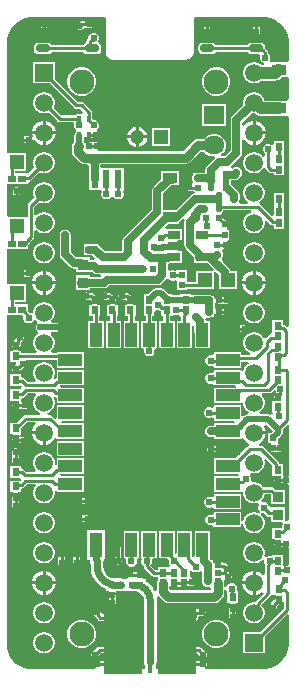
<source format=gtl>
G04*
G04 #@! TF.GenerationSoftware,Altium Limited,Altium Designer,24.1.2 (44)*
G04*
G04 Layer_Physical_Order=1*
G04 Layer_Color=255*
%FSLAX23Y23*%
%MOIN*%
G70*
G04*
G04 #@! TF.SameCoordinates,2B9B36D7-F7CC-424B-A3D7-6DE2A24948DF*
G04*
G04*
G04 #@! TF.FilePolarity,Positive*
G04*
G01*
G75*
%ADD11C,0.020*%
%ADD15R,0.047X0.071*%
%ADD16R,0.024X0.061*%
%ADD17R,0.048X0.036*%
%ADD18R,0.024X0.026*%
G04:AMPARAMS|DCode=19|XSize=47mil|YSize=26mil|CornerRadius=6mil|HoleSize=0mil|Usage=FLASHONLY|Rotation=180.000|XOffset=0mil|YOffset=0mil|HoleType=Round|Shape=RoundedRectangle|*
%AMROUNDEDRECTD19*
21,1,0.047,0.013,0,0,180.0*
21,1,0.034,0.026,0,0,180.0*
1,1,0.013,-0.017,0.006*
1,1,0.013,0.017,0.006*
1,1,0.013,0.017,-0.006*
1,1,0.013,-0.017,-0.006*
%
%ADD19ROUNDEDRECTD19*%
G04:AMPARAMS|DCode=20|XSize=69mil|YSize=21mil|CornerRadius=10mil|HoleSize=0mil|Usage=FLASHONLY|Rotation=270.000|XOffset=0mil|YOffset=0mil|HoleType=Round|Shape=RoundedRectangle|*
%AMROUNDEDRECTD20*
21,1,0.069,0.000,0,0,270.0*
21,1,0.049,0.021,0,0,270.0*
1,1,0.021,0.000,-0.024*
1,1,0.021,0.000,0.024*
1,1,0.021,0.000,0.024*
1,1,0.021,0.000,-0.024*
%
%ADD20ROUNDEDRECTD20*%
%ADD21R,0.021X0.069*%
%ADD22R,0.022X0.020*%
%ADD23R,0.020X0.022*%
%ADD24R,0.047X0.047*%
%ADD25R,0.125X0.220*%
%ADD26R,0.015X0.050*%
G04:AMPARAMS|DCode=27|XSize=74mil|YSize=24mil|CornerRadius=12mil|HoleSize=0mil|Usage=FLASHONLY|Rotation=0.000|XOffset=0mil|YOffset=0mil|HoleType=Round|Shape=RoundedRectangle|*
%AMROUNDEDRECTD27*
21,1,0.074,0.000,0,0,0.0*
21,1,0.050,0.024,0,0,0.0*
1,1,0.024,0.025,0.000*
1,1,0.024,-0.025,0.000*
1,1,0.024,-0.025,0.000*
1,1,0.024,0.025,0.000*
%
%ADD27ROUNDEDRECTD27*%
%ADD28R,0.074X0.024*%
%ADD29R,0.037X0.037*%
%ADD30R,0.026X0.024*%
%ADD31R,0.047X0.047*%
%ADD32R,0.020X0.028*%
%ADD33R,0.039X0.079*%
%ADD34R,0.079X0.079*%
%ADD35R,0.079X0.039*%
%ADD36R,0.079X0.079*%
%ADD37R,0.043X0.026*%
%ADD38R,0.012X0.020*%
%ADD65C,0.022*%
%ADD66C,0.010*%
%ADD67C,0.025*%
%ADD68C,0.030*%
%ADD69C,0.040*%
%ADD70C,0.047*%
%ADD71O,0.071X0.059*%
%ADD72R,0.071X0.059*%
%ADD73C,0.059*%
%ADD74R,0.059X0.059*%
%ADD75C,0.083*%
%ADD76C,0.024*%
G36*
X872Y2188D02*
X872Y2188D01*
X872Y2188D01*
X880D01*
X897Y2185D01*
X912Y2178D01*
X926Y2169D01*
X938Y2157D01*
X947Y2143D01*
X954Y2127D01*
X957Y2111D01*
Y2102D01*
X957Y2102D01*
X957Y2102D01*
X957Y2043D01*
X950Y2037D01*
X935D01*
X932Y2039D01*
X925Y2040D01*
X923D01*
X923Y2040D01*
X916Y2039D01*
X913Y2037D01*
X898D01*
X896Y2040D01*
X894Y2044D01*
X896Y2049D01*
Y2056D01*
X894Y2063D01*
X889Y2068D01*
Y2070D01*
X889Y2070D01*
X888Y2074D01*
X886Y2078D01*
X879Y2084D01*
Y2090D01*
X878Y2095D01*
X876Y2099D01*
X871Y2102D01*
X867Y2103D01*
X832D01*
X827Y2102D01*
X823Y2099D01*
X821Y2095D01*
X821Y2095D01*
X715D01*
X715Y2095D01*
X712Y2099D01*
X708Y2102D01*
X703Y2103D01*
X669D01*
X664Y2102D01*
X660Y2099D01*
X657Y2095D01*
X656Y2090D01*
Y2077D01*
X657Y2072D01*
X660Y2068D01*
X664Y2066D01*
X669Y2065D01*
X703D01*
X708Y2066D01*
X712Y2068D01*
X715Y2072D01*
X715Y2072D01*
X821D01*
X821Y2072D01*
X823Y2068D01*
X827Y2066D01*
X832Y2065D01*
X857D01*
X861Y2058D01*
X861Y2056D01*
Y2049D01*
X864Y2043D01*
X869Y2038D01*
X875Y2035D01*
X874Y2029D01*
X866D01*
X864Y2031D01*
X855Y2035D01*
X846Y2038D01*
X837D01*
X828Y2035D01*
X820Y2031D01*
X813Y2024D01*
X809Y2016D01*
X806Y2007D01*
Y1998D01*
X809Y1989D01*
X813Y1981D01*
X820Y1974D01*
X828Y1969D01*
X837Y1967D01*
X846D01*
X855Y1969D01*
X864Y1974D01*
X866Y1976D01*
X912D01*
X912Y1976D01*
X919Y1977D01*
X925Y1980D01*
X931Y1984D01*
X936Y1989D01*
X955Y1989D01*
X957Y1983D01*
X957Y1914D01*
X950Y1908D01*
X935D01*
X932Y1910D01*
X925Y1910D01*
X876D01*
X875Y1916D01*
X870Y1924D01*
X864Y1931D01*
X855Y1935D01*
X846Y1938D01*
X837D01*
X828Y1935D01*
X820Y1931D01*
X813Y1924D01*
X809Y1916D01*
X806Y1907D01*
Y1898D01*
X807Y1894D01*
X770Y1857D01*
X766Y1851D01*
X765Y1844D01*
Y1743D01*
X745Y1724D01*
X735D01*
X733Y1728D01*
X733Y1731D01*
X740Y1736D01*
X746Y1743D01*
X749Y1752D01*
X750Y1761D01*
X749Y1770D01*
X746Y1779D01*
X740Y1786D01*
X732Y1792D01*
X724Y1796D01*
X715Y1797D01*
X703D01*
X693Y1796D01*
X685Y1792D01*
X677Y1786D01*
X674Y1782D01*
X655D01*
X647Y1781D01*
X640Y1776D01*
X605Y1742D01*
X321D01*
X320Y1749D01*
X323Y1749D01*
X327Y1752D01*
X329Y1756D01*
X330Y1760D01*
X329Y1764D01*
X327Y1768D01*
X323Y1770D01*
X319Y1771D01*
X293D01*
X288Y1770D01*
X285Y1768D01*
X283Y1768D01*
X277Y1769D01*
X276Y1772D01*
Y1776D01*
X275D01*
Y1788D01*
X277Y1789D01*
X282Y1789D01*
X283Y1787D01*
X287Y1785D01*
X291Y1784D01*
X315D01*
X315Y1784D01*
X319Y1785D01*
X323Y1787D01*
X325Y1791D01*
X326Y1795D01*
X325Y1800D01*
X323Y1803D01*
X320Y1805D01*
X319Y1807D01*
X318Y1813D01*
X322Y1817D01*
X325Y1823D01*
Y1830D01*
X322Y1837D01*
X317Y1842D01*
X311Y1845D01*
X308D01*
X303Y1849D01*
X303Y1851D01*
Y1866D01*
X303D01*
Y1870D01*
X302Y1874D01*
X299Y1878D01*
X299Y1878D01*
X276Y1902D01*
X272Y1904D01*
X268Y1905D01*
X268Y1905D01*
X255D01*
X177Y1983D01*
Y2038D01*
X106D01*
Y1967D01*
X161D01*
X242Y1886D01*
X242Y1886D01*
X246Y1883D01*
X250Y1882D01*
X263D01*
X273Y1873D01*
X269Y1866D01*
X248D01*
Y1862D01*
X198D01*
X174Y1886D01*
X175Y1889D01*
X177Y1898D01*
Y1907D01*
X175Y1916D01*
X170Y1924D01*
X164Y1931D01*
X155Y1935D01*
X146Y1938D01*
X137D01*
X128Y1935D01*
X120Y1931D01*
X113Y1924D01*
X109Y1916D01*
X106Y1907D01*
Y1898D01*
X109Y1889D01*
X113Y1881D01*
X120Y1874D01*
X128Y1869D01*
X137Y1867D01*
X146D01*
X155Y1869D01*
X158Y1871D01*
X186Y1842D01*
X189Y1840D01*
X194Y1839D01*
X194Y1839D01*
X238D01*
X243Y1832D01*
X242Y1830D01*
Y1823D01*
X245Y1817D01*
X248Y1811D01*
Y1808D01*
X247Y1806D01*
X247Y1805D01*
X244Y1800D01*
X242Y1794D01*
Y1776D01*
X242D01*
Y1773D01*
X241Y1772D01*
X236Y1765D01*
X234Y1757D01*
Y1739D01*
X236Y1731D01*
X241Y1724D01*
X259Y1705D01*
X266Y1701D01*
X274Y1699D01*
X286D01*
X292Y1693D01*
Y1649D01*
X293Y1643D01*
Y1612D01*
X326D01*
X333Y1612D01*
X334Y1605D01*
X333Y1602D01*
Y1595D01*
X335Y1588D01*
X340Y1583D01*
X347Y1581D01*
X354D01*
X360Y1583D01*
X365Y1588D01*
X366Y1590D01*
X374D01*
X375Y1588D01*
X380Y1583D01*
X386Y1581D01*
X393D01*
X400Y1583D01*
X405Y1588D01*
X408Y1595D01*
Y1602D01*
X406Y1605D01*
X408Y1612D01*
X408D01*
Y1685D01*
X370Y1685D01*
X365Y1685D01*
X333Y1685D01*
X330Y1691D01*
Y1694D01*
X335Y1699D01*
X614D01*
X622Y1701D01*
X629Y1705D01*
X664Y1740D01*
X674D01*
X677Y1736D01*
X685Y1730D01*
X693Y1726D01*
X703Y1725D01*
X709D01*
X711Y1718D01*
X711Y1718D01*
X685Y1693D01*
X681Y1686D01*
X680Y1679D01*
Y1670D01*
X654D01*
X646Y1668D01*
X646Y1668D01*
X638D01*
Y1660D01*
X636Y1658D01*
X635Y1651D01*
X636Y1644D01*
X637Y1642D01*
X637Y1636D01*
X631Y1632D01*
X630Y1632D01*
X626Y1633D01*
X622Y1632D01*
X618Y1630D01*
X616Y1626D01*
X615Y1622D01*
X616Y1618D01*
X618Y1614D01*
X621Y1612D01*
X621Y1612D01*
X624Y1609D01*
X629Y1608D01*
X643D01*
X644Y1601D01*
X638Y1600D01*
X632Y1596D01*
X582Y1546D01*
X539D01*
Y1601D01*
X565Y1626D01*
X565Y1627D01*
X593D01*
Y1675D01*
X533D01*
Y1648D01*
X507Y1622D01*
X503Y1616D01*
X502Y1609D01*
Y1548D01*
X408Y1454D01*
X404Y1448D01*
X402Y1441D01*
Y1410D01*
X399Y1407D01*
X344D01*
X324Y1427D01*
X318Y1431D01*
X311Y1432D01*
X293D01*
X290Y1432D01*
X274D01*
Y1395D01*
X290D01*
X293Y1395D01*
X303D01*
X313Y1385D01*
X310Y1379D01*
X309Y1379D01*
X296D01*
Y1387D01*
X267D01*
X265Y1387D01*
X250D01*
X231Y1405D01*
Y1437D01*
Y1461D01*
X230Y1468D01*
X226Y1474D01*
X220Y1478D01*
X213Y1479D01*
X205Y1478D01*
X199Y1474D01*
X195Y1468D01*
X194Y1461D01*
Y1437D01*
Y1398D01*
X195Y1390D01*
X199Y1384D01*
X228Y1355D01*
X235Y1351D01*
X242Y1350D01*
X247D01*
Y1338D01*
X296D01*
Y1338D01*
X303Y1339D01*
X306Y1337D01*
X312Y1333D01*
X319Y1332D01*
X329D01*
X329Y1332D01*
X332Y1325D01*
X330Y1322D01*
X296D01*
Y1328D01*
X247D01*
Y1305D01*
X247Y1303D01*
X247Y1301D01*
Y1278D01*
X296D01*
Y1284D01*
X341D01*
X349Y1286D01*
X355Y1290D01*
X359Y1294D01*
X521D01*
X528Y1296D01*
X534Y1300D01*
X549Y1314D01*
X549Y1315D01*
X551Y1315D01*
X558Y1315D01*
X561Y1312D01*
X567Y1309D01*
X574D01*
X579Y1311D01*
X584Y1309D01*
X586Y1307D01*
Y1277D01*
X618D01*
Y1283D01*
X648D01*
Y1281D01*
X707D01*
Y1339D01*
X713Y1343D01*
X726Y1330D01*
Y1322D01*
X726Y1320D01*
Y1281D01*
X786D01*
Y1341D01*
X763D01*
X762Y1345D01*
X758Y1351D01*
X737Y1373D01*
X736Y1379D01*
X736D01*
Y1387D01*
X738Y1389D01*
X739Y1396D01*
X738Y1404D01*
X736Y1406D01*
X736Y1413D01*
X741Y1419D01*
X745D01*
X748Y1418D01*
X752Y1419D01*
X756Y1421D01*
X758Y1425D01*
X759Y1429D01*
X758Y1433D01*
X756Y1437D01*
X755Y1438D01*
X753Y1439D01*
X754Y1445D01*
X754Y1446D01*
X760D01*
Y1480D01*
X753D01*
X752Y1481D01*
X752Y1489D01*
X754Y1493D01*
X755Y1497D01*
Y1498D01*
X755Y1498D01*
X754Y1503D01*
X752Y1506D01*
X752Y1506D01*
X747Y1511D01*
X744Y1513D01*
X735Y1522D01*
X735Y1524D01*
X733Y1526D01*
X732Y1528D01*
X734Y1535D01*
X736Y1536D01*
X740Y1541D01*
X740Y1544D01*
X832D01*
X833Y1537D01*
X828Y1535D01*
X820Y1531D01*
X813Y1524D01*
X809Y1516D01*
X806Y1507D01*
Y1498D01*
X809Y1489D01*
X813Y1481D01*
X820Y1474D01*
X828Y1469D01*
X837Y1467D01*
X846D01*
X855Y1469D01*
X864Y1474D01*
X870Y1481D01*
X875Y1489D01*
X877Y1498D01*
Y1506D01*
X879Y1508D01*
X884Y1510D01*
X896Y1498D01*
X900Y1495D01*
X904Y1494D01*
X907Y1489D01*
Y1483D01*
X943D01*
Y1518D01*
Y1556D01*
X941D01*
X941Y1563D01*
X941D01*
Y1602D01*
X909D01*
Y1563D01*
X909D01*
X909Y1556D01*
X907D01*
Y1527D01*
X901Y1525D01*
X862Y1563D01*
X861Y1564D01*
X860Y1571D01*
X860Y1572D01*
X864Y1574D01*
X870Y1581D01*
X875Y1589D01*
X877Y1598D01*
Y1607D01*
X875Y1616D01*
X870Y1624D01*
X864Y1631D01*
X855Y1635D01*
X846Y1638D01*
X837D01*
X828Y1635D01*
X820Y1631D01*
X813Y1624D01*
X809Y1616D01*
X806Y1607D01*
Y1598D01*
X809Y1589D01*
X813Y1581D01*
X820Y1574D01*
X821Y1573D01*
X819Y1566D01*
X795D01*
X792Y1573D01*
X793Y1575D01*
X794Y1583D01*
Y1595D01*
X793Y1602D01*
X789Y1608D01*
X766Y1631D01*
Y1644D01*
X777D01*
X784Y1645D01*
X790Y1649D01*
X797Y1656D01*
X801Y1662D01*
X802Y1669D01*
X801Y1677D01*
X797Y1683D01*
X791Y1687D01*
X783Y1688D01*
X776Y1687D01*
X771Y1683D01*
X767Y1684D01*
X765Y1687D01*
X765Y1691D01*
X766Y1691D01*
X797Y1722D01*
X801Y1728D01*
X802Y1736D01*
Y1778D01*
X809Y1779D01*
X810Y1778D01*
X817Y1771D01*
X826Y1766D01*
X836Y1763D01*
X837D01*
Y1802D01*
Y1842D01*
X836D01*
X826Y1839D01*
X817Y1834D01*
X810Y1827D01*
X809Y1825D01*
X802Y1827D01*
Y1836D01*
X834Y1868D01*
X837Y1867D01*
X845D01*
X846Y1866D01*
X846Y1866D01*
X852Y1862D01*
X858Y1859D01*
X865Y1858D01*
X865Y1858D01*
X925D01*
X932Y1859D01*
X935Y1860D01*
X955Y1860D01*
X957Y1854D01*
X958Y1158D01*
X951Y1155D01*
X947Y1159D01*
X944Y1161D01*
X939Y1162D01*
X939Y1169D01*
Y1178D01*
X903D01*
Y1137D01*
X900Y1132D01*
X896Y1131D01*
X892Y1128D01*
X882Y1118D01*
X881Y1118D01*
X873Y1119D01*
X870Y1124D01*
X864Y1131D01*
X855Y1135D01*
X846Y1138D01*
X837D01*
X828Y1135D01*
X820Y1131D01*
X813Y1124D01*
X809Y1116D01*
X806Y1107D01*
Y1098D01*
X809Y1089D01*
X813Y1081D01*
X820Y1074D01*
X828Y1069D01*
X827Y1062D01*
X799D01*
Y1071D01*
X709D01*
Y1065D01*
X702Y1061D01*
X700Y1061D01*
X693D01*
X687Y1058D01*
X682Y1053D01*
X679Y1047D01*
Y1040D01*
X682Y1033D01*
X687Y1028D01*
X693Y1025D01*
X700D01*
X702Y1026D01*
X709Y1021D01*
Y1020D01*
X799D01*
Y1040D01*
X822D01*
X824Y1033D01*
X820Y1031D01*
X813Y1024D01*
X809Y1016D01*
X806Y1007D01*
X799Y1007D01*
Y1012D01*
X709D01*
Y1006D01*
X702Y1002D01*
X700Y1002D01*
X693D01*
X687Y999D01*
X682Y994D01*
X679Y988D01*
Y981D01*
X682Y974D01*
X687Y969D01*
X693Y966D01*
X700D01*
X702Y967D01*
X709Y962D01*
Y961D01*
X779D01*
X782Y954D01*
X782Y953D01*
X769D01*
X769Y953D01*
X768Y953D01*
X709D01*
Y901D01*
X799D01*
Y901D01*
X806Y901D01*
Y898D01*
X809Y889D01*
X813Y881D01*
X820Y874D01*
X825Y871D01*
X823Y864D01*
X820D01*
X814Y863D01*
X809Y859D01*
X806Y857D01*
X799Y859D01*
Y894D01*
X709D01*
Y890D01*
X706Y888D01*
X702Y886D01*
X696Y888D01*
X689D01*
X683Y885D01*
X678Y880D01*
X675Y874D01*
Y867D01*
X678Y860D01*
X683Y855D01*
X689Y852D01*
X696D01*
X702Y854D01*
X706Y852D01*
X709Y851D01*
Y842D01*
X775D01*
X778Y835D01*
X778Y835D01*
X761D01*
X759Y835D01*
X709D01*
Y826D01*
X697D01*
X690Y825D01*
X684Y820D01*
X679Y814D01*
X678Y807D01*
X679Y800D01*
X684Y794D01*
X690Y790D01*
X697Y788D01*
X709D01*
Y783D01*
X799D01*
Y783D01*
X806Y785D01*
X810Y778D01*
X817Y771D01*
X825Y766D01*
X826Y763D01*
X825Y759D01*
X822Y758D01*
X819Y756D01*
X819Y756D01*
X780Y717D01*
X780Y717D01*
X709D01*
Y665D01*
X789D01*
X790Y664D01*
X793Y658D01*
X792Y658D01*
X709D01*
Y606D01*
X799D01*
X799Y606D01*
X806Y606D01*
X806Y599D01*
X799Y599D01*
X799Y599D01*
X793Y599D01*
X793Y599D01*
X793Y599D01*
X709D01*
Y590D01*
X706Y589D01*
X702Y587D01*
X696Y589D01*
X689D01*
X683Y586D01*
X678Y581D01*
X675Y574D01*
Y567D01*
X678Y561D01*
X683Y556D01*
X689Y553D01*
X696D01*
X702Y555D01*
X706Y553D01*
X709Y551D01*
Y547D01*
X799D01*
Y592D01*
X799Y597D01*
X806Y598D01*
X809Y589D01*
X813Y581D01*
X820Y574D01*
X828Y569D01*
X837Y567D01*
X846D01*
X855Y569D01*
X856Y569D01*
X859Y563D01*
X856Y557D01*
Y550D01*
X859Y543D01*
X861Y541D01*
X863Y539D01*
X858Y534D01*
X858Y534D01*
X855Y535D01*
X846Y538D01*
X837D01*
X828Y535D01*
X820Y531D01*
X813Y524D01*
X809Y516D01*
X806Y507D01*
X799Y507D01*
Y539D01*
X709D01*
Y534D01*
X702Y529D01*
X700Y530D01*
X693D01*
X687Y527D01*
X682Y522D01*
X679Y515D01*
Y508D01*
X682Y502D01*
X687Y497D01*
X693Y494D01*
X700D01*
X702Y494D01*
X709Y490D01*
Y488D01*
X799D01*
Y497D01*
X806Y498D01*
X809Y489D01*
X813Y481D01*
X820Y474D01*
X828Y469D01*
X837Y467D01*
X846D01*
X855Y469D01*
X864Y474D01*
X870Y481D01*
X875Y489D01*
X877Y498D01*
Y507D01*
X875Y516D01*
X870Y524D01*
X864Y530D01*
X864Y531D01*
X867Y537D01*
X868Y536D01*
X870Y535D01*
X876D01*
X885Y526D01*
X885Y526D01*
X889Y523D01*
X893Y523D01*
X897D01*
Y505D01*
X934D01*
X938Y498D01*
X935Y492D01*
Y486D01*
X934Y485D01*
X903D01*
Y447D01*
X912D01*
X914Y440D01*
X914Y440D01*
X913Y439D01*
X911Y436D01*
X910Y431D01*
X911Y427D01*
X913Y424D01*
X917Y421D01*
X921Y420D01*
X925Y421D01*
X948D01*
X948Y421D01*
X952Y422D01*
X952Y422D01*
X959Y418D01*
X959Y363D01*
X953Y358D01*
X948Y357D01*
X946Y355D01*
X946D01*
X939Y357D01*
X939Y362D01*
Y395D01*
X903D01*
Y395D01*
X898Y391D01*
X897Y392D01*
X890D01*
X884Y389D01*
X882Y387D01*
X875Y391D01*
X877Y398D01*
Y407D01*
X875Y416D01*
X870Y424D01*
X864Y431D01*
X855Y435D01*
X846Y438D01*
X837D01*
X828Y435D01*
X820Y431D01*
X813Y424D01*
X809Y416D01*
X806Y407D01*
Y398D01*
X809Y389D01*
X813Y381D01*
X820Y374D01*
X828Y369D01*
X837Y367D01*
X846D01*
X855Y369D01*
X864Y374D01*
X869Y380D01*
X873Y378D01*
X876Y377D01*
Y370D01*
X879Y364D01*
X879Y364D01*
X879Y361D01*
X879Y361D01*
Y331D01*
X872Y328D01*
X866Y334D01*
X857Y339D01*
X847Y342D01*
X847D01*
Y302D01*
Y263D01*
X847D01*
X857Y266D01*
X866Y271D01*
X866Y271D01*
X874Y269D01*
X874Y268D01*
X847Y240D01*
X845Y238D01*
X837D01*
X828Y235D01*
X820Y231D01*
X813Y224D01*
X809Y216D01*
X806Y207D01*
Y198D01*
X809Y189D01*
X813Y181D01*
X820Y174D01*
X828Y169D01*
X837Y167D01*
X846D01*
X855Y169D01*
X864Y174D01*
X870Y181D01*
X875Y189D01*
X877Y198D01*
Y207D01*
X875Y216D01*
X870Y224D01*
X866Y228D01*
X898Y260D01*
X898Y260D01*
X900Y263D01*
X907Y262D01*
Y262D01*
X916D01*
X918Y255D01*
X917Y254D01*
X916Y252D01*
X912Y248D01*
X909Y246D01*
X909Y246D01*
X900Y237D01*
X898Y234D01*
X897Y229D01*
X897Y229D01*
Y227D01*
X895Y225D01*
X894Y220D01*
X895Y216D01*
X898Y213D01*
X901Y210D01*
X906Y209D01*
X910Y210D01*
X913Y213D01*
X916Y215D01*
X918Y219D01*
X919Y223D01*
X919Y223D01*
Y225D01*
X924Y229D01*
X926Y231D01*
X933Y238D01*
X933Y238D01*
X935Y240D01*
X942Y238D01*
Y218D01*
X861Y138D01*
X806D01*
Y67D01*
X877D01*
Y122D01*
X953Y197D01*
X959Y195D01*
X959Y102D01*
Y94D01*
X956Y77D01*
X949Y61D01*
X940Y47D01*
X928Y34D01*
X913Y25D01*
X897Y18D01*
X880Y15D01*
X680D01*
X679Y17D01*
X679Y22D01*
X681Y24D01*
X684Y27D01*
X684Y31D01*
X684Y36D01*
X681Y39D01*
X678Y42D01*
X673Y43D01*
X648D01*
X630Y61D01*
X633Y67D01*
X653D01*
X665Y55D01*
X669Y53D01*
X673Y52D01*
X678Y53D01*
X681Y55D01*
X684Y59D01*
X684Y63D01*
X684Y67D01*
X681Y71D01*
X666Y86D01*
X662Y89D01*
X658Y90D01*
X658Y90D01*
X622D01*
X597Y114D01*
Y125D01*
X651Y179D01*
X651Y179D01*
X654Y183D01*
X655Y187D01*
X660Y192D01*
X667D01*
X667Y192D01*
X672Y192D01*
X675Y195D01*
X677Y197D01*
X680Y200D01*
X681Y205D01*
X680Y209D01*
X677Y213D01*
X674Y215D01*
X669Y216D01*
X665Y215D01*
X663Y214D01*
X644D01*
X639Y213D01*
X636Y211D01*
X633Y207D01*
X632Y203D01*
Y192D01*
X578Y137D01*
X576Y134D01*
X575Y130D01*
X575Y130D01*
Y110D01*
X575Y110D01*
X575Y110D01*
Y89D01*
X575Y89D01*
X576Y85D01*
X578Y81D01*
X636Y24D01*
X636Y24D01*
X638Y22D01*
X638Y17D01*
X637Y15D01*
X514D01*
Y27D01*
X516Y30D01*
X518Y39D01*
Y245D01*
X517Y246D01*
X517Y255D01*
X523Y257D01*
X524Y257D01*
X540Y241D01*
X547Y236D01*
X555Y234D01*
X684D01*
X685Y234D01*
X709D01*
X717Y236D01*
X724Y241D01*
X737Y253D01*
X742Y260D01*
X743Y268D01*
Y279D01*
X750Y280D01*
X753Y273D01*
X753Y273D01*
X753Y273D01*
X753D01*
X753Y273D01*
Y235D01*
X763D01*
X765Y228D01*
X764Y227D01*
X761Y223D01*
X760Y219D01*
Y189D01*
X761Y185D01*
X764Y181D01*
X767Y179D01*
X772Y178D01*
X776Y179D01*
X780Y181D01*
X782Y185D01*
X783Y189D01*
Y219D01*
X782Y223D01*
X780Y227D01*
X779Y228D01*
X781Y235D01*
X790D01*
Y273D01*
X790D01*
X785Y280D01*
X786Y280D01*
Y287D01*
X783Y294D01*
X778Y299D01*
X771Y301D01*
X764D01*
X758Y299D01*
X753Y294D01*
X750Y287D01*
X743Y288D01*
Y302D01*
X742Y311D01*
X747Y315D01*
X748Y315D01*
X751Y312D01*
X756Y312D01*
X756D01*
X760Y312D01*
X764Y315D01*
X766Y319D01*
X767Y323D01*
X766Y327D01*
X764Y331D01*
X763Y331D01*
X760Y334D01*
X760Y342D01*
X762Y346D01*
X763Y350D01*
X762Y355D01*
X760Y358D01*
X756Y361D01*
X753Y361D01*
X747Y368D01*
X743Y370D01*
X739Y371D01*
X739Y371D01*
X729D01*
X726Y373D01*
X722Y373D01*
X717Y373D01*
X714Y370D01*
X713Y369D01*
X705Y370D01*
X705Y371D01*
X705Y371D01*
Y378D01*
X700D01*
X695Y383D01*
Y422D01*
X695Y424D01*
Y475D01*
X644D01*
Y394D01*
X637Y390D01*
X636Y390D01*
Y475D01*
X585D01*
Y403D01*
X578Y399D01*
X577Y399D01*
Y414D01*
X577Y414D01*
X577Y416D01*
Y475D01*
X525D01*
Y384D01*
X553D01*
X557Y378D01*
Y370D01*
X560Y364D01*
X561Y362D01*
X561Y361D01*
X558Y355D01*
X521D01*
Y346D01*
X511D01*
X496Y361D01*
X499Y364D01*
X502Y370D01*
Y378D01*
X502Y378D01*
X506Y384D01*
X518D01*
Y475D01*
X466D01*
Y384D01*
X466D01*
X468Y381D01*
X466Y378D01*
Y370D01*
X469Y364D01*
X474Y360D01*
Y357D01*
X474Y357D01*
X474Y352D01*
X477Y349D01*
X499Y327D01*
X499Y327D01*
X502Y324D01*
X507Y323D01*
X521D01*
Y312D01*
X519Y309D01*
X518Y301D01*
Y295D01*
X517Y293D01*
Y278D01*
X510Y276D01*
X506Y285D01*
X497Y296D01*
X486Y305D01*
X481Y308D01*
Y316D01*
X473D01*
X472Y316D01*
X470Y323D01*
X471Y324D01*
X472Y329D01*
X471Y333D01*
X469Y337D01*
X465Y339D01*
X461Y340D01*
X435D01*
X433Y341D01*
X429Y342D01*
X425Y341D01*
X421Y339D01*
X419Y335D01*
X418Y331D01*
X419Y326D01*
X421Y323D01*
X422Y322D01*
X420Y316D01*
X419Y315D01*
X409D01*
X408Y316D01*
X398Y318D01*
Y318D01*
X380D01*
X373Y318D01*
D01*
X366Y320D01*
X360Y322D01*
X351Y329D01*
X345Y337D01*
X341Y347D01*
X340Y355D01*
X340Y355D01*
X339Y375D01*
X344Y380D01*
X345D01*
Y479D01*
X285D01*
Y380D01*
X296D01*
X297Y353D01*
X297Y351D01*
X299Y341D01*
X303Y325D01*
X311Y311D01*
X321Y298D01*
X334Y288D01*
X348Y281D01*
X349Y280D01*
Y275D01*
X357D01*
X358Y274D01*
X360Y268D01*
X359Y266D01*
X358Y262D01*
X358Y260D01*
Y237D01*
X358Y237D01*
X359Y232D01*
X362Y229D01*
X362Y228D01*
X366Y226D01*
X370Y225D01*
X374Y226D01*
X378Y228D01*
X380Y232D01*
X381Y236D01*
X381Y238D01*
Y262D01*
X381Y262D01*
X380Y266D01*
X379Y268D01*
X381Y273D01*
X383Y275D01*
X388Y275D01*
X392Y274D01*
X398Y273D01*
X398Y273D01*
X400Y274D01*
X408Y275D01*
X426D01*
X434Y274D01*
X441D01*
Y274D01*
X448D01*
X454Y273D01*
X460Y270D01*
X466Y266D01*
X471Y260D01*
X474Y253D01*
X475Y246D01*
X474Y245D01*
Y39D01*
X476Y30D01*
X479Y27D01*
Y15D01*
X355D01*
X354Y17D01*
X354Y22D01*
X356Y24D01*
X414Y81D01*
X414Y81D01*
X416Y85D01*
X417Y89D01*
X417Y89D01*
Y110D01*
X417Y110D01*
X417Y110D01*
Y129D01*
X417Y129D01*
X416Y133D01*
X414Y137D01*
X414Y137D01*
X356Y194D01*
X353Y197D01*
X349Y198D01*
X349Y198D01*
X337D01*
X333Y202D01*
X332Y206D01*
X329Y210D01*
X327Y213D01*
X323Y215D01*
X319Y216D01*
X315Y215D01*
X311Y213D01*
X309Y209D01*
X308Y205D01*
X309Y200D01*
X310Y198D01*
Y195D01*
X310Y195D01*
X311Y191D01*
X314Y187D01*
X322Y178D01*
X322Y178D01*
X326Y176D01*
X330Y175D01*
X330Y175D01*
X344D01*
X395Y124D01*
Y114D01*
X370Y90D01*
X327D01*
X327Y90D01*
X322Y89D01*
X319Y87D01*
X319Y87D01*
X303Y71D01*
X301Y67D01*
X300Y63D01*
X301Y59D01*
X303Y55D01*
X307Y53D01*
X311Y52D01*
X315Y53D01*
X319Y55D01*
X331Y68D01*
X360D01*
X362Y61D01*
X344Y43D01*
X319D01*
X315Y42D01*
X311Y39D01*
X309Y36D01*
X308Y31D01*
X309Y27D01*
X311Y24D01*
X314Y22D01*
X313Y17D01*
X312Y15D01*
X90D01*
X75Y18D01*
X61Y24D01*
X48Y32D01*
X37Y43D01*
X28Y56D01*
X22Y71D01*
X19Y86D01*
Y94D01*
Y1194D01*
X68D01*
X73Y1189D01*
Y1181D01*
X75Y1175D01*
X80Y1170D01*
X87Y1167D01*
X94D01*
X101Y1170D01*
X106Y1175D01*
X107Y1178D01*
X109Y1179D01*
X115Y1179D01*
X120Y1174D01*
X120Y1174D01*
X120Y1166D01*
X118Y1165D01*
X115Y1160D01*
X114Y1154D01*
X115Y1147D01*
X118Y1142D01*
X122Y1140D01*
X122Y1133D01*
X122Y1132D01*
X120Y1131D01*
X113Y1124D01*
X109Y1116D01*
X106Y1107D01*
Y1098D01*
X109Y1089D01*
X113Y1081D01*
X118Y1076D01*
X116Y1069D01*
X65D01*
Y1076D01*
X56D01*
X54Y1083D01*
X55Y1084D01*
X62Y1091D01*
X62Y1091D01*
X65Y1095D01*
X66Y1099D01*
X66Y1099D01*
Y1105D01*
X71Y1110D01*
X73Y1114D01*
X74Y1118D01*
X74Y1118D01*
Y1122D01*
X73Y1126D01*
X71Y1130D01*
X67Y1132D01*
X63Y1133D01*
X59Y1132D01*
X55Y1130D01*
X53Y1126D01*
X52Y1123D01*
X47Y1118D01*
X44Y1114D01*
X43Y1110D01*
X43Y1110D01*
Y1104D01*
X39Y1100D01*
X37Y1096D01*
X36Y1092D01*
X37Y1088D01*
X39Y1084D01*
X40Y1083D01*
X38Y1076D01*
X29D01*
Y1038D01*
X47D01*
X50Y1032D01*
X50Y1031D01*
X47Y1029D01*
X47Y1029D01*
X39Y1022D01*
X37Y1018D01*
X36Y1014D01*
X36Y1014D01*
Y1013D01*
X37Y1009D01*
X39Y1005D01*
X40Y1005D01*
X38Y998D01*
X29D01*
Y960D01*
X65D01*
X67Y958D01*
X65Y949D01*
X63Y948D01*
X29D01*
Y910D01*
X38D01*
X40Y903D01*
X39Y902D01*
X37Y899D01*
X36Y894D01*
X37Y890D01*
X39Y887D01*
X40Y886D01*
X40Y886D01*
X43Y884D01*
X48Y883D01*
X48Y883D01*
X76D01*
X79Y882D01*
X83Y883D01*
X87Y886D01*
X89Y889D01*
X90Y894D01*
X89Y898D01*
X87Y902D01*
X86Y902D01*
X83Y905D01*
X78Y905D01*
X78Y905D01*
X70D01*
X65Y910D01*
X65Y914D01*
X69Y920D01*
X73Y920D01*
X77Y923D01*
X87Y934D01*
X113D01*
X116Y927D01*
X113Y924D01*
X109Y916D01*
X106Y907D01*
Y898D01*
X109Y889D01*
X113Y881D01*
X120Y874D01*
X128Y869D01*
X130Y869D01*
X129Y862D01*
X81D01*
X81Y862D01*
X77Y861D01*
X73Y858D01*
X73Y858D01*
X50Y836D01*
X29D01*
Y798D01*
X38D01*
X40Y791D01*
X39Y790D01*
X37Y786D01*
X36Y782D01*
X37Y778D01*
X39Y774D01*
X43Y770D01*
X43Y770D01*
X47Y768D01*
X51Y767D01*
X51Y767D01*
X68D01*
X71Y765D01*
X75Y764D01*
X79Y765D01*
X83Y768D01*
X85Y771D01*
X86Y776D01*
X85Y780D01*
X83Y784D01*
X80Y786D01*
X76Y789D01*
X72Y789D01*
X72Y789D01*
X61D01*
X60Y791D01*
X64Y798D01*
X65D01*
Y819D01*
X86Y839D01*
X113D01*
X116Y832D01*
X110Y827D01*
X105Y818D01*
X102Y808D01*
Y807D01*
X142D01*
Y802D01*
X147D01*
Y763D01*
X147D01*
X157Y766D01*
X166Y771D01*
X173Y778D01*
X178Y786D01*
X178Y786D01*
X185Y783D01*
Y783D01*
X276D01*
Y835D01*
X217D01*
X216Y835D01*
X216Y835D01*
X199D01*
X199Y835D01*
X202Y842D01*
X276D01*
Y894D01*
X185D01*
Y852D01*
X178Y849D01*
X169Y858D01*
X166Y861D01*
X161Y862D01*
X161Y862D01*
X154D01*
X153Y869D01*
X155Y869D01*
X164Y874D01*
X170Y881D01*
X175Y889D01*
X177Y898D01*
Y907D01*
X175Y916D01*
X174Y918D01*
X178Y924D01*
X183Y923D01*
X185Y919D01*
Y901D01*
X276D01*
Y953D01*
X199D01*
X195Y960D01*
X196Y961D01*
X276D01*
Y1012D01*
X185D01*
Y990D01*
X184Y984D01*
X178Y982D01*
X173Y986D01*
X175Y989D01*
X177Y998D01*
Y1007D01*
X175Y1016D01*
X170Y1024D01*
X164Y1031D01*
X155Y1035D01*
X146Y1038D01*
X137D01*
X128Y1035D01*
X120Y1031D01*
X113Y1024D01*
X109Y1016D01*
X106Y1007D01*
Y998D01*
X109Y989D01*
X113Y981D01*
X114Y980D01*
X111Y973D01*
X86D01*
X77Y983D01*
X73Y985D01*
X69Y986D01*
X65Y992D01*
Y998D01*
X56D01*
X54Y1005D01*
X55Y1005D01*
X57Y1008D01*
X59Y1010D01*
X63Y1011D01*
X66Y1013D01*
X73Y1020D01*
X75Y1021D01*
X79Y1023D01*
X82Y1027D01*
X82Y1031D01*
X82Y1035D01*
X79Y1039D01*
X79Y1039D01*
X81Y1046D01*
X185D01*
Y1020D01*
X276D01*
Y1071D01*
X185D01*
Y1069D01*
X168D01*
X165Y1076D01*
X170Y1081D01*
X175Y1089D01*
X177Y1098D01*
Y1107D01*
X175Y1116D01*
X170Y1124D01*
X164Y1130D01*
X164Y1133D01*
X166Y1137D01*
X200D01*
X219Y1118D01*
X224Y1115D01*
X230Y1114D01*
X237Y1115D01*
X242Y1118D01*
X245Y1124D01*
X247Y1130D01*
X245Y1136D01*
X242Y1141D01*
X218Y1165D01*
X213Y1169D01*
X207Y1170D01*
X169D01*
X166Y1177D01*
X170Y1181D01*
X175Y1189D01*
X177Y1198D01*
Y1207D01*
X175Y1216D01*
X170Y1224D01*
X164Y1231D01*
X155Y1235D01*
X146Y1238D01*
X137D01*
X128Y1235D01*
X120Y1231D01*
X113Y1224D01*
X109Y1216D01*
X106Y1207D01*
Y1205D01*
X104Y1203D01*
X99Y1201D01*
X94Y1203D01*
X88Y1209D01*
Y1231D01*
X45D01*
Y1238D01*
X81D01*
Y1297D01*
X22D01*
X19Y1303D01*
Y1415D01*
X88D01*
Y1428D01*
X92Y1432D01*
X92Y1432D01*
X94Y1435D01*
X106Y1447D01*
X106Y1447D01*
X109Y1451D01*
X110Y1455D01*
Y1474D01*
X117Y1477D01*
X120Y1474D01*
X128Y1469D01*
X137Y1467D01*
X146D01*
X155Y1469D01*
X164Y1474D01*
X170Y1481D01*
X175Y1489D01*
X177Y1498D01*
Y1507D01*
X175Y1516D01*
X170Y1524D01*
X164Y1531D01*
X155Y1535D01*
X146Y1538D01*
X137D01*
X128Y1535D01*
X120Y1531D01*
X117Y1528D01*
X110Y1530D01*
Y1554D01*
X126Y1571D01*
X128Y1569D01*
X137Y1567D01*
X146D01*
X155Y1569D01*
X164Y1574D01*
X170Y1581D01*
X175Y1589D01*
X177Y1598D01*
Y1607D01*
X175Y1616D01*
X170Y1624D01*
X164Y1631D01*
X155Y1635D01*
X146Y1638D01*
X137D01*
X128Y1635D01*
X120Y1631D01*
X113Y1624D01*
X109Y1616D01*
X106Y1607D01*
Y1598D01*
X109Y1589D01*
X110Y1586D01*
X90Y1567D01*
X88Y1563D01*
X87Y1559D01*
X87Y1559D01*
Y1523D01*
X81Y1522D01*
Y1522D01*
X22D01*
X19Y1528D01*
Y1631D01*
X88D01*
Y1635D01*
X91Y1640D01*
X95Y1641D01*
X99Y1643D01*
X126Y1671D01*
X128Y1669D01*
X137Y1667D01*
X146D01*
X155Y1669D01*
X164Y1674D01*
X170Y1681D01*
X175Y1689D01*
X177Y1698D01*
Y1707D01*
X175Y1716D01*
X170Y1724D01*
X164Y1731D01*
X155Y1735D01*
X146Y1738D01*
X137D01*
X128Y1735D01*
X120Y1731D01*
X113Y1724D01*
X109Y1716D01*
X106Y1707D01*
Y1698D01*
X109Y1689D01*
X110Y1686D01*
X90Y1667D01*
X88Y1668D01*
Y1668D01*
X45D01*
Y1675D01*
X81D01*
Y1734D01*
X22D01*
X19Y1740D01*
Y2102D01*
Y2111D01*
X22Y2127D01*
X29Y2143D01*
X38Y2157D01*
X50Y2169D01*
X64Y2178D01*
X80Y2185D01*
X96Y2188D01*
X105D01*
X340Y2188D01*
X341Y2188D01*
X347Y2185D01*
Y2075D01*
X347Y2073D01*
X347Y2071D01*
X348Y2070D01*
X348Y2069D01*
X348Y2069D01*
X350Y2063D01*
X352Y2060D01*
X353Y2058D01*
X357Y2053D01*
X360Y2051D01*
X362Y2049D01*
X368Y2046D01*
X370Y2046D01*
X371Y2045D01*
X375Y2044D01*
X376Y2044D01*
X378Y2044D01*
X610Y2045D01*
X611Y2045D01*
X612Y2045D01*
X615Y2046D01*
X617Y2046D01*
X620Y2047D01*
X626Y2050D01*
X631Y2053D01*
X636Y2058D01*
X639Y2063D01*
X642Y2070D01*
X642Y2072D01*
X643Y2074D01*
X643Y2078D01*
X643Y2078D01*
X643Y2079D01*
Y2181D01*
X643Y2182D01*
X646Y2188D01*
X648Y2188D01*
X651Y2189D01*
X651Y2189D01*
X651Y2189D01*
X652Y2189D01*
X872Y2188D01*
D02*
G37*
G36*
X311Y1685D02*
Y1684D01*
X279Y1716D01*
X342D01*
X311Y1685D01*
D02*
G37*
G36*
X612Y1513D02*
X612Y1512D01*
X610Y1505D01*
Y1428D01*
X612Y1421D01*
X616Y1415D01*
X641Y1389D01*
Y1388D01*
X642Y1386D01*
Y1369D01*
X660D01*
X660Y1369D01*
X669D01*
X670Y1369D01*
X687D01*
X709Y1347D01*
X705Y1341D01*
X648D01*
Y1305D01*
X618D01*
Y1345D01*
X586D01*
X586Y1345D01*
X579Y1343D01*
X574Y1345D01*
X567D01*
X561Y1342D01*
X554Y1345D01*
Y1366D01*
X555D01*
X562Y1367D01*
X564Y1369D01*
X575D01*
X576Y1369D01*
X602D01*
Y1407D01*
X589D01*
X586Y1414D01*
X586Y1414D01*
X590Y1419D01*
X591Y1425D01*
X590Y1431D01*
X586Y1437D01*
X586Y1437D01*
X588Y1444D01*
X602D01*
Y1481D01*
X549D01*
X546Y1488D01*
X556Y1498D01*
X558D01*
X559Y1498D01*
X593D01*
Y1505D01*
X598Y1509D01*
X606Y1517D01*
X612Y1513D01*
D02*
G37*
G36*
X915Y942D02*
Y933D01*
X913Y931D01*
X911Y927D01*
X910Y923D01*
X911Y919D01*
X913Y915D01*
X914Y914D01*
X912Y907D01*
X903D01*
Y869D01*
X903D01*
X904Y868D01*
X903Y866D01*
X895Y863D01*
X895Y863D01*
X888Y864D01*
X861D01*
X859Y871D01*
X864Y874D01*
X870Y881D01*
X875Y889D01*
X877Y898D01*
Y907D01*
X875Y916D01*
X870Y924D01*
X867Y928D01*
X870Y935D01*
X893D01*
X893Y935D01*
X897Y935D01*
X901Y938D01*
X908Y945D01*
X915Y942D01*
D02*
G37*
G36*
X958Y827D02*
X959Y661D01*
X957Y659D01*
X952Y656D01*
X949Y657D01*
X945Y656D01*
X939Y660D01*
X939Y663D01*
Y698D01*
X933D01*
X926Y699D01*
X926Y703D01*
X923Y707D01*
X874Y756D01*
X870Y758D01*
X866Y759D01*
X866Y759D01*
X859D01*
X859Y761D01*
X858Y766D01*
X866Y771D01*
X873Y778D01*
X879Y787D01*
X881Y797D01*
Y797D01*
X842D01*
Y807D01*
X881D01*
Y808D01*
X879Y818D01*
X876Y821D01*
X880Y829D01*
X884Y829D01*
X904Y809D01*
X897Y802D01*
X890D01*
Y789D01*
X889Y787D01*
Y785D01*
X890Y783D01*
Y768D01*
X899D01*
X900Y761D01*
X898Y759D01*
X898Y759D01*
X895Y755D01*
X894Y751D01*
X895Y746D01*
X898Y743D01*
X901Y740D01*
X906Y740D01*
X909Y740D01*
X929D01*
X929Y740D01*
X933Y741D01*
X936Y743D01*
X937Y744D01*
X939Y748D01*
X940Y752D01*
X939Y756D01*
X937Y760D01*
X933Y762D01*
X929Y763D01*
X926Y763D01*
X926D01*
X922Y768D01*
X922Y770D01*
Y780D01*
X933Y792D01*
X936Y797D01*
X938Y803D01*
Y815D01*
X937Y815D01*
X952Y830D01*
X958Y827D01*
D02*
G37*
G36*
X903Y695D02*
Y660D01*
X912D01*
X914Y653D01*
X914Y653D01*
X913Y652D01*
X911Y648D01*
X910Y644D01*
X911Y640D01*
X913Y636D01*
X917Y634D01*
X921Y633D01*
X925Y634D01*
X948D01*
X948Y634D01*
X952Y634D01*
X953Y634D01*
X959Y630D01*
X959Y515D01*
X953Y510D01*
X947Y510D01*
X946Y512D01*
Y554D01*
X897D01*
X891Y558D01*
X889Y563D01*
X884Y568D01*
X878Y571D01*
X870D01*
X870Y571D01*
X866Y577D01*
X870Y581D01*
X875Y589D01*
X877Y598D01*
Y599D01*
X895D01*
X897Y597D01*
Y564D01*
X946D01*
Y613D01*
X912D01*
X908Y618D01*
X904Y621D01*
X900Y621D01*
X900Y621D01*
X872D01*
X870Y624D01*
X864Y631D01*
X855Y635D01*
X846Y638D01*
X837D01*
X837Y638D01*
X832Y644D01*
X833Y646D01*
Y653D01*
X830Y660D01*
X828Y662D01*
X831Y668D01*
X837Y667D01*
X846D01*
X855Y669D01*
X864Y674D01*
X870Y681D01*
X875Y689D01*
X877Y698D01*
Y707D01*
X876Y713D01*
X882Y716D01*
X903Y695D01*
D02*
G37*
G36*
X640Y339D02*
X646Y337D01*
X653D01*
X660Y339D01*
X662Y341D01*
X669Y338D01*
Y335D01*
X669Y335D01*
X669Y335D01*
Y307D01*
X670Y300D01*
X671Y299D01*
Y291D01*
X678D01*
X681Y290D01*
X688Y288D01*
X693Y289D01*
X698Y286D01*
X700Y285D01*
Y277D01*
X700Y277D01*
X686D01*
X685Y277D01*
X564D01*
X560Y281D01*
Y290D01*
X566Y293D01*
X567Y293D01*
X571Y291D01*
X575Y290D01*
X610D01*
X610Y290D01*
X615Y291D01*
X616Y293D01*
X633D01*
X633Y293D01*
X637Y293D01*
X641Y296D01*
X643Y298D01*
X645Y302D01*
X646Y306D01*
X645Y310D01*
X643Y314D01*
X639Y316D01*
X635Y317D01*
X635Y317D01*
X628Y322D01*
Y341D01*
X631Y342D01*
X635Y343D01*
X640Y339D01*
D02*
G37*
%LPC*%
G36*
X302Y2180D02*
X298Y2179D01*
X294Y2176D01*
X293Y2175D01*
X270D01*
X266Y2174D01*
X262Y2172D01*
X262Y2172D01*
X259Y2168D01*
X256Y2168D01*
X252Y2165D01*
X249Y2162D01*
X249Y2157D01*
X249Y2153D01*
X252Y2150D01*
X256Y2147D01*
X260Y2146D01*
X264D01*
X264Y2146D01*
X268Y2147D01*
X271Y2150D01*
X275Y2153D01*
X298D01*
X298Y2153D01*
X302Y2154D01*
X306Y2156D01*
X310Y2160D01*
X313Y2164D01*
X313Y2168D01*
X313Y2173D01*
X310Y2176D01*
X306Y2179D01*
X302Y2180D01*
D02*
G37*
G36*
X139Y2180D02*
X134Y2179D01*
X131Y2176D01*
X128Y2173D01*
X128Y2168D01*
X128Y2164D01*
X131Y2161D01*
Y2142D01*
X131Y2137D01*
X134Y2134D01*
X137Y2131D01*
X142Y2131D01*
X146Y2131D01*
X150Y2134D01*
X152Y2137D01*
X153Y2142D01*
Y2165D01*
X152Y2170D01*
X150Y2173D01*
X150Y2173D01*
X147Y2176D01*
X143Y2179D01*
X139Y2180D01*
D02*
G37*
G36*
X849D02*
X845Y2179D01*
X841Y2176D01*
X839Y2173D01*
X838Y2168D01*
X839Y2164D01*
X839Y2164D01*
Y2138D01*
X840Y2134D01*
X842Y2130D01*
X846Y2127D01*
X850Y2127D01*
X855Y2127D01*
X858Y2130D01*
X861Y2134D01*
X862Y2138D01*
Y2167D01*
X862Y2167D01*
X861Y2172D01*
X858Y2175D01*
X858Y2175D01*
X857Y2176D01*
X854Y2179D01*
X849Y2180D01*
D02*
G37*
G36*
X686D02*
X682Y2179D01*
X678Y2176D01*
X677Y2175D01*
X675Y2172D01*
X674Y2167D01*
X674Y2167D01*
Y2138D01*
X675Y2134D01*
X677Y2130D01*
X681Y2127D01*
X685Y2127D01*
X689Y2127D01*
X693Y2130D01*
X695Y2134D01*
X696Y2138D01*
Y2164D01*
X696Y2164D01*
X697Y2168D01*
X696Y2173D01*
X694Y2176D01*
X690Y2179D01*
X686Y2180D01*
D02*
G37*
G36*
X311Y2136D02*
X304D01*
X297Y2133D01*
X292Y2128D01*
X289Y2122D01*
Y2117D01*
X286Y2114D01*
X284Y2111D01*
X283Y2106D01*
X280Y2102D01*
X276Y2099D01*
X273Y2095D01*
X273Y2095D01*
X168D01*
X168Y2095D01*
X165Y2099D01*
X161Y2102D01*
X156Y2103D01*
X122D01*
X117Y2102D01*
X113Y2099D01*
X110Y2095D01*
X109Y2090D01*
Y2077D01*
X110Y2072D01*
X113Y2068D01*
X117Y2066D01*
X122Y2065D01*
X156D01*
X161Y2066D01*
X165Y2068D01*
X168Y2072D01*
X168Y2072D01*
X273D01*
X273Y2072D01*
X276Y2068D01*
X280Y2066D01*
X285Y2065D01*
X319D01*
X324Y2066D01*
X328Y2068D01*
X331Y2072D01*
X332Y2077D01*
Y2090D01*
X331Y2095D01*
X328Y2099D01*
X325Y2101D01*
X324Y2105D01*
X323Y2109D01*
X325Y2115D01*
Y2122D01*
X322Y2128D01*
X317Y2133D01*
X311Y2136D01*
D02*
G37*
G36*
X722Y2021D02*
X710D01*
X698Y2017D01*
X687Y2011D01*
X678Y2002D01*
X672Y1991D01*
X669Y1979D01*
Y1967D01*
X672Y1955D01*
X678Y1944D01*
X687Y1935D01*
X698Y1929D01*
X710Y1926D01*
X722D01*
X734Y1929D01*
X745Y1935D01*
X754Y1944D01*
X760Y1955D01*
X763Y1967D01*
Y1979D01*
X760Y1991D01*
X754Y2002D01*
X745Y2011D01*
X734Y2017D01*
X722Y2021D01*
D02*
G37*
G36*
X274D02*
X261D01*
X249Y2017D01*
X238Y2011D01*
X229Y2002D01*
X223Y1991D01*
X220Y1979D01*
Y1967D01*
X223Y1955D01*
X229Y1944D01*
X238Y1935D01*
X249Y1929D01*
X261Y1926D01*
X274D01*
X286Y1929D01*
X296Y1935D01*
X305Y1944D01*
X311Y1955D01*
X315Y1967D01*
Y1979D01*
X311Y1991D01*
X305Y2002D01*
X296Y2011D01*
X286Y2017D01*
X274Y2021D01*
D02*
G37*
G36*
X750Y1897D02*
X667D01*
Y1825D01*
X750D01*
Y1897D01*
D02*
G37*
G36*
X147Y1842D02*
X147D01*
Y1807D01*
X181D01*
Y1808D01*
X179Y1818D01*
X173Y1827D01*
X166Y1834D01*
X157Y1839D01*
X147Y1842D01*
D02*
G37*
G36*
X137D02*
X136D01*
X126Y1839D01*
X117Y1834D01*
X110Y1827D01*
X105Y1818D01*
X102Y1808D01*
Y1807D01*
X137D01*
Y1842D01*
D02*
G37*
G36*
X847D02*
X847D01*
Y1807D01*
X881D01*
Y1808D01*
X879Y1818D01*
X873Y1827D01*
X866Y1834D01*
X857Y1839D01*
X847Y1842D01*
D02*
G37*
G36*
X458Y1823D02*
Y1794D01*
X486D01*
X484Y1802D01*
X480Y1810D01*
X473Y1816D01*
X466Y1821D01*
X458Y1823D01*
D02*
G37*
G36*
X448Y1823D02*
X440Y1821D01*
X432Y1816D01*
X426Y1810D01*
X421Y1802D01*
X419Y1794D01*
X448D01*
Y1823D01*
D02*
G37*
G36*
X137Y1797D02*
X102D01*
Y1797D01*
X104Y1792D01*
X102Y1790D01*
X97Y1788D01*
X95Y1790D01*
X91Y1791D01*
X60D01*
X59Y1791D01*
X55Y1794D01*
X51Y1795D01*
X47Y1794D01*
X43Y1791D01*
X41Y1788D01*
X40Y1783D01*
X41Y1779D01*
X43Y1776D01*
X47Y1772D01*
X47Y1772D01*
X51Y1769D01*
X55Y1768D01*
X55Y1768D01*
X91D01*
X95Y1769D01*
X98Y1772D01*
X101Y1775D01*
X102Y1779D01*
X104Y1780D01*
X109Y1781D01*
X110Y1778D01*
X117Y1771D01*
X126Y1766D01*
X136Y1763D01*
X137D01*
Y1797D01*
D02*
G37*
G36*
X881Y1797D02*
X847D01*
Y1763D01*
X847D01*
X857Y1766D01*
X866Y1771D01*
X873Y1778D01*
X879Y1787D01*
X881Y1797D01*
Y1797D01*
D02*
G37*
G36*
X181Y1797D02*
X147D01*
Y1763D01*
X147D01*
X157Y1766D01*
X166Y1771D01*
X173Y1778D01*
X179Y1787D01*
X181Y1797D01*
Y1797D01*
D02*
G37*
G36*
X941Y1776D02*
X909D01*
Y1764D01*
X902Y1761D01*
X900Y1763D01*
X893Y1766D01*
X886D01*
X880Y1763D01*
X875Y1758D01*
X872Y1752D01*
Y1744D01*
X875Y1738D01*
X879Y1734D01*
Y1724D01*
X872Y1722D01*
X870Y1724D01*
X864Y1731D01*
X855Y1735D01*
X846Y1738D01*
X837D01*
X828Y1735D01*
X820Y1731D01*
X813Y1724D01*
X809Y1716D01*
X806Y1707D01*
Y1698D01*
X809Y1689D01*
X813Y1681D01*
X820Y1674D01*
X828Y1669D01*
X837Y1667D01*
X846D01*
X855Y1669D01*
X864Y1674D01*
X870Y1681D01*
X872Y1684D01*
X876Y1685D01*
X880Y1684D01*
X882Y1681D01*
X891Y1672D01*
X891Y1672D01*
X895Y1669D01*
X899Y1668D01*
X899Y1668D01*
X907D01*
Y1661D01*
X943D01*
Y1695D01*
Y1733D01*
X943D01*
X941Y1736D01*
Y1776D01*
D02*
G37*
G36*
X561Y1819D02*
X502D01*
Y1760D01*
X561D01*
Y1819D01*
D02*
G37*
G36*
X448Y1784D02*
X419D01*
X421Y1776D01*
X426Y1769D01*
X432Y1762D01*
X440Y1758D01*
X448Y1756D01*
Y1784D01*
D02*
G37*
G36*
X486D02*
X458D01*
Y1756D01*
X466Y1758D01*
X473Y1762D01*
X480Y1769D01*
X484Y1776D01*
X486Y1784D01*
D02*
G37*
G36*
X51Y1621D02*
X47Y1621D01*
X43Y1618D01*
X41Y1615D01*
X40Y1610D01*
Y1571D01*
X41Y1567D01*
X43Y1563D01*
X47Y1561D01*
X51Y1560D01*
X55Y1561D01*
X59Y1563D01*
X62Y1567D01*
X62Y1571D01*
Y1610D01*
X62Y1615D01*
X59Y1618D01*
X55Y1621D01*
X51Y1621D01*
D02*
G37*
G36*
X846Y1438D02*
X837D01*
X828Y1435D01*
X820Y1431D01*
X813Y1424D01*
X809Y1416D01*
X806Y1407D01*
Y1398D01*
X809Y1389D01*
X813Y1381D01*
X820Y1374D01*
X828Y1369D01*
X837Y1367D01*
X846D01*
X855Y1369D01*
X864Y1374D01*
X870Y1381D01*
X875Y1389D01*
X877Y1398D01*
Y1407D01*
X875Y1416D01*
X870Y1424D01*
X864Y1431D01*
X855Y1435D01*
X846Y1438D01*
D02*
G37*
G36*
X146D02*
X137D01*
X128Y1435D01*
X120Y1431D01*
X113Y1424D01*
X109Y1416D01*
X106Y1407D01*
Y1398D01*
X109Y1389D01*
X113Y1381D01*
X120Y1374D01*
X128Y1369D01*
X137Y1367D01*
X146D01*
X155Y1369D01*
X164Y1374D01*
X170Y1381D01*
X175Y1389D01*
X177Y1398D01*
Y1407D01*
X175Y1416D01*
X170Y1424D01*
X164Y1431D01*
X155Y1435D01*
X146Y1438D01*
D02*
G37*
G36*
X51Y1358D02*
X47Y1357D01*
X43Y1354D01*
X41Y1351D01*
X40Y1346D01*
X41Y1342D01*
X43Y1339D01*
X55Y1327D01*
X55Y1327D01*
X59Y1324D01*
X63Y1323D01*
X91D01*
X95Y1324D01*
X98Y1327D01*
X101Y1330D01*
X102Y1335D01*
X101Y1339D01*
X98Y1343D01*
X95Y1345D01*
X91Y1346D01*
X68D01*
X59Y1354D01*
X55Y1357D01*
X51Y1358D01*
D02*
G37*
G36*
X147Y1342D02*
X147D01*
Y1307D01*
X181D01*
Y1308D01*
X179Y1318D01*
X173Y1327D01*
X166Y1334D01*
X157Y1339D01*
X147Y1342D01*
D02*
G37*
G36*
X137D02*
X136D01*
X126Y1339D01*
X117Y1334D01*
X110Y1327D01*
X105Y1318D01*
X102Y1308D01*
Y1307D01*
X137D01*
Y1342D01*
D02*
G37*
G36*
X847D02*
X847D01*
Y1307D01*
X881D01*
Y1308D01*
X879Y1318D01*
X873Y1327D01*
X866Y1334D01*
X857Y1339D01*
X847Y1342D01*
D02*
G37*
G36*
X837D02*
X836D01*
X826Y1339D01*
X817Y1334D01*
X810Y1327D01*
X805Y1318D01*
X802Y1308D01*
Y1307D01*
X837D01*
Y1342D01*
D02*
G37*
G36*
X881Y1297D02*
X847D01*
Y1263D01*
X847D01*
X857Y1266D01*
X866Y1271D01*
X873Y1278D01*
X879Y1287D01*
X881Y1297D01*
Y1297D01*
D02*
G37*
G36*
X837D02*
X802D01*
Y1297D01*
X805Y1287D01*
X810Y1278D01*
X817Y1271D01*
X826Y1266D01*
X836Y1263D01*
X837D01*
Y1297D01*
D02*
G37*
G36*
X181Y1297D02*
X147D01*
Y1263D01*
X147D01*
X157Y1266D01*
X166Y1271D01*
X173Y1278D01*
X179Y1287D01*
X181Y1297D01*
Y1297D01*
D02*
G37*
G36*
X137D02*
X102D01*
Y1297D01*
X105Y1287D01*
X110Y1278D01*
X117Y1271D01*
X126Y1266D01*
X136Y1263D01*
X137D01*
Y1297D01*
D02*
G37*
G36*
X533Y1284D02*
X514D01*
X508Y1283D01*
X503Y1279D01*
X488Y1265D01*
X474D01*
Y1227D01*
Y1192D01*
X481D01*
Y1175D01*
X466D01*
Y1085D01*
X471D01*
X474Y1079D01*
X474Y1078D01*
Y1071D01*
X477Y1065D01*
X482Y1060D01*
X489Y1057D01*
X496D01*
X502Y1060D01*
X507Y1065D01*
X510Y1071D01*
Y1078D01*
X510Y1079D01*
X514Y1085D01*
X518D01*
Y1175D01*
X503D01*
Y1192D01*
X510D01*
Y1206D01*
X517Y1211D01*
X518Y1211D01*
X525D01*
X526Y1211D01*
X530Y1209D01*
X533Y1208D01*
Y1192D01*
X540D01*
Y1175D01*
X525D01*
Y1085D01*
X577D01*
Y1175D01*
X562D01*
Y1192D01*
X569Y1192D01*
Y1192D01*
X576Y1196D01*
X579Y1195D01*
X586D01*
X589Y1196D01*
X596Y1192D01*
X599Y1186D01*
Y1175D01*
X585D01*
Y1085D01*
X636D01*
Y1158D01*
X643Y1162D01*
X643Y1162D01*
Y1137D01*
X644Y1135D01*
Y1085D01*
X695D01*
Y1175D01*
X681D01*
Y1176D01*
X680Y1182D01*
X680Y1182D01*
X683Y1185D01*
X684Y1186D01*
X685Y1187D01*
X692Y1186D01*
X699Y1187D01*
X701Y1189D01*
X709D01*
Y1197D01*
X709Y1198D01*
X709Y1198D01*
X709Y1198D01*
X716Y1199D01*
X718Y1197D01*
X721Y1194D01*
X726Y1194D01*
X752D01*
X756Y1194D01*
X760Y1197D01*
X762Y1200D01*
X763Y1205D01*
X762Y1209D01*
X760Y1213D01*
X756Y1215D01*
X752Y1216D01*
X726D01*
X721Y1215D01*
X718Y1213D01*
X718Y1212D01*
X711Y1214D01*
Y1234D01*
X718Y1236D01*
X718Y1236D01*
X721Y1234D01*
X726Y1233D01*
X752D01*
X756Y1234D01*
X760Y1236D01*
X762Y1240D01*
X763Y1244D01*
X762Y1248D01*
X760Y1252D01*
X756Y1254D01*
X752Y1255D01*
X726D01*
X721Y1254D01*
X718Y1252D01*
X716Y1250D01*
X709Y1251D01*
X709Y1251D01*
X709Y1251D01*
X709Y1252D01*
Y1260D01*
X701D01*
X699Y1262D01*
X692Y1263D01*
X650D01*
X645Y1262D01*
X632D01*
Y1265D01*
X596D01*
Y1262D01*
X569D01*
Y1265D01*
X559D01*
X545Y1279D01*
X540Y1283D01*
X533Y1284D01*
D02*
G37*
G36*
X846Y1238D02*
X837D01*
X828Y1235D01*
X820Y1231D01*
X813Y1224D01*
X809Y1216D01*
X806Y1207D01*
Y1198D01*
X809Y1189D01*
X813Y1181D01*
X820Y1174D01*
X828Y1169D01*
X837Y1167D01*
X846D01*
X855Y1169D01*
X864Y1174D01*
X870Y1181D01*
X875Y1189D01*
X877Y1198D01*
Y1207D01*
X875Y1216D01*
X870Y1224D01*
X864Y1231D01*
X855Y1235D01*
X846Y1238D01*
D02*
G37*
G36*
X774Y1161D02*
X769Y1160D01*
X766Y1158D01*
X746Y1138D01*
X744Y1134D01*
X743Y1130D01*
X744Y1126D01*
X746Y1122D01*
X750Y1120D01*
X754Y1119D01*
X758Y1120D01*
X762Y1122D01*
X778Y1138D01*
X811D01*
X815Y1139D01*
X819Y1142D01*
X821Y1145D01*
X822Y1150D01*
X821Y1154D01*
X819Y1158D01*
X815Y1160D01*
X811Y1161D01*
X774D01*
X774Y1161D01*
D02*
G37*
G36*
X402Y1271D02*
X397Y1270D01*
X394Y1268D01*
X391Y1264D01*
X390Y1260D01*
X391Y1256D01*
X394Y1252D01*
X396Y1249D01*
X400Y1247D01*
X404Y1246D01*
X404Y1246D01*
X413D01*
X413Y1246D01*
X413Y1246D01*
X416Y1244D01*
X420Y1240D01*
X421Y1238D01*
X422Y1237D01*
X420Y1230D01*
X411D01*
Y1192D01*
X422D01*
Y1175D01*
X407D01*
Y1085D01*
X459D01*
Y1175D01*
X444D01*
Y1192D01*
X447D01*
Y1230D01*
X438D01*
X436Y1237D01*
X437Y1238D01*
X439Y1241D01*
X440Y1246D01*
Y1246D01*
X440Y1246D01*
X439Y1251D01*
X437Y1254D01*
X437Y1254D01*
X430Y1262D01*
X427Y1263D01*
X425Y1265D01*
X422Y1268D01*
X418Y1268D01*
X418Y1268D01*
X408D01*
X406Y1270D01*
X402Y1271D01*
D02*
G37*
G36*
X343D02*
X338Y1270D01*
X335Y1268D01*
X332Y1264D01*
X331Y1260D01*
X332Y1256D01*
X335Y1252D01*
X337Y1249D01*
X341Y1247D01*
X345Y1246D01*
X345Y1246D01*
X354D01*
X354Y1246D01*
X354Y1246D01*
X357Y1244D01*
X361Y1240D01*
X362Y1238D01*
X363Y1237D01*
X361Y1230D01*
X352D01*
Y1192D01*
X363D01*
Y1175D01*
X348D01*
Y1085D01*
X400D01*
Y1175D01*
X385D01*
Y1192D01*
X388D01*
Y1230D01*
X379D01*
X377Y1237D01*
X378Y1238D01*
X380Y1241D01*
X381Y1246D01*
Y1246D01*
X381Y1246D01*
X380Y1251D01*
X378Y1254D01*
X378Y1254D01*
X371Y1262D01*
X368Y1263D01*
X366Y1265D01*
X363Y1268D01*
X359Y1268D01*
X359Y1268D01*
X349D01*
X347Y1270D01*
X343Y1271D01*
D02*
G37*
G36*
X283D02*
X279Y1270D01*
X276Y1268D01*
X273Y1264D01*
X272Y1260D01*
X273Y1256D01*
X276Y1252D01*
X278Y1249D01*
X282Y1247D01*
X286Y1246D01*
X286Y1246D01*
X295D01*
X295Y1246D01*
X295Y1246D01*
X297Y1244D01*
X302Y1240D01*
X303Y1238D01*
X304Y1237D01*
X302Y1230D01*
X293D01*
Y1192D01*
X304D01*
Y1175D01*
X289D01*
Y1085D01*
X341D01*
Y1175D01*
X326D01*
Y1192D01*
X329D01*
Y1230D01*
X320D01*
X318Y1237D01*
X319Y1238D01*
X321Y1241D01*
X322Y1246D01*
Y1246D01*
X322Y1246D01*
X321Y1251D01*
X319Y1254D01*
X319Y1254D01*
X312Y1262D01*
X309Y1263D01*
X307Y1265D01*
X304Y1268D01*
X299Y1268D01*
X299Y1268D01*
X290D01*
X288Y1270D01*
X283Y1271D01*
D02*
G37*
G36*
X137Y797D02*
X102D01*
Y797D01*
X105Y787D01*
X110Y778D01*
X117Y771D01*
X126Y766D01*
X136Y763D01*
X137D01*
Y797D01*
D02*
G37*
G36*
X754Y761D02*
X750Y760D01*
X748Y759D01*
X697D01*
X693Y758D01*
X689Y756D01*
X686Y752D01*
X686Y748D01*
X686Y744D01*
X689Y740D01*
X693Y738D01*
X697Y737D01*
X752D01*
X752Y737D01*
X756Y738D01*
X760Y740D01*
X762Y742D01*
X764Y746D01*
X765Y750D01*
X764Y754D01*
X762Y758D01*
X758Y760D01*
X754Y761D01*
D02*
G37*
G36*
X276Y776D02*
X185D01*
Y724D01*
X276D01*
Y776D01*
D02*
G37*
G36*
X47Y751D02*
X43Y751D01*
X39Y748D01*
X37Y744D01*
X36Y740D01*
X36Y740D01*
Y706D01*
X37Y702D01*
X39Y698D01*
X40Y698D01*
X38Y691D01*
X29D01*
Y653D01*
X61D01*
X65Y646D01*
X62Y643D01*
X29D01*
Y605D01*
X38D01*
X40Y598D01*
X39Y597D01*
X37Y593D01*
X36Y589D01*
X36Y589D01*
Y559D01*
X37Y555D01*
X39Y551D01*
X43Y549D01*
X47Y548D01*
X52Y549D01*
X55Y551D01*
X58Y555D01*
X58Y559D01*
Y589D01*
X58Y593D01*
X55Y597D01*
X54Y598D01*
X56Y605D01*
X65D01*
Y612D01*
X67Y619D01*
X71Y620D01*
X75Y622D01*
X85Y632D01*
X111D01*
X114Y625D01*
X113Y624D01*
X109Y616D01*
X106Y607D01*
Y598D01*
X109Y589D01*
X113Y581D01*
X120Y574D01*
X128Y569D01*
X137Y567D01*
X146D01*
X155Y569D01*
X164Y574D01*
X170Y581D01*
X175Y589D01*
X177Y598D01*
Y607D01*
X175Y614D01*
X176Y615D01*
X178Y615D01*
X185Y610D01*
Y606D01*
X276D01*
Y658D01*
X199D01*
X195Y665D01*
X196Y665D01*
X276D01*
Y717D01*
X185D01*
Y694D01*
X185Y694D01*
X183Y693D01*
X177Y698D01*
Y707D01*
X175Y716D01*
X170Y724D01*
X164Y731D01*
X155Y735D01*
X146Y738D01*
X137D01*
X128Y735D01*
X120Y731D01*
X113Y724D01*
X109Y716D01*
X106Y707D01*
Y698D01*
X109Y689D01*
X113Y681D01*
X114Y680D01*
X111Y673D01*
X83D01*
X76Y680D01*
X73Y682D01*
X69Y683D01*
X65Y689D01*
Y691D01*
X56D01*
X54Y698D01*
X55Y698D01*
X58Y702D01*
X58Y706D01*
Y740D01*
X58Y740D01*
X58Y744D01*
X55Y748D01*
X52Y751D01*
X47Y751D01*
D02*
G37*
G36*
X287Y586D02*
X232D01*
X228Y585D01*
X224Y583D01*
X224Y583D01*
X222Y581D01*
X220Y577D01*
X219Y573D01*
X220Y569D01*
X222Y565D01*
X226Y562D01*
X230Y562D01*
X235Y562D01*
X236Y564D01*
X287D01*
X292Y564D01*
X295Y567D01*
X298Y571D01*
X299Y575D01*
X298Y579D01*
X295Y583D01*
X292Y585D01*
X287Y586D01*
D02*
G37*
G36*
Y527D02*
X232D01*
X228Y526D01*
X224Y524D01*
X224Y524D01*
X222Y522D01*
X220Y518D01*
X219Y514D01*
X220Y509D01*
X222Y506D01*
X226Y503D01*
X230Y503D01*
X235Y503D01*
X236Y505D01*
X287D01*
X292Y505D01*
X295Y508D01*
X298Y511D01*
X299Y516D01*
X298Y520D01*
X295Y524D01*
X292Y526D01*
X287Y527D01*
D02*
G37*
G36*
X146Y538D02*
X137D01*
X128Y535D01*
X120Y531D01*
X113Y524D01*
X109Y516D01*
X106Y507D01*
Y498D01*
X109Y489D01*
X113Y481D01*
X120Y474D01*
X128Y469D01*
X137Y467D01*
X146D01*
X155Y469D01*
X164Y474D01*
X170Y481D01*
X175Y489D01*
X177Y498D01*
Y507D01*
X175Y516D01*
X170Y524D01*
X164Y531D01*
X155Y535D01*
X146Y538D01*
D02*
G37*
G36*
Y438D02*
X137D01*
X128Y435D01*
X120Y431D01*
X113Y424D01*
X109Y416D01*
X106Y407D01*
Y398D01*
X109Y389D01*
X113Y381D01*
X120Y374D01*
X128Y369D01*
X137Y367D01*
X146D01*
X155Y369D01*
X164Y374D01*
X170Y381D01*
X175Y389D01*
X177Y398D01*
Y407D01*
X175Y416D01*
X170Y424D01*
X164Y431D01*
X155Y435D01*
X146Y438D01*
D02*
G37*
G36*
X374Y440D02*
X370Y439D01*
X366Y437D01*
X364Y433D01*
X363Y429D01*
X364Y425D01*
X366Y421D01*
X377Y410D01*
Y375D01*
X377Y375D01*
X378Y371D01*
X381Y367D01*
X382Y366D01*
X385Y364D01*
X390Y363D01*
X394Y364D01*
X398Y366D01*
X400Y370D01*
X401Y374D01*
X400Y378D01*
X400Y379D01*
Y414D01*
X400Y414D01*
X399Y419D01*
X397Y422D01*
X397Y422D01*
X382Y437D01*
X378Y439D01*
X374Y440D01*
D02*
G37*
G36*
X230D02*
X226Y439D01*
X222Y437D01*
X222Y437D01*
X194Y408D01*
X191Y405D01*
X190Y401D01*
X190Y401D01*
Y374D01*
X190Y374D01*
X190Y370D01*
X190Y366D01*
X193Y362D01*
X196Y360D01*
X201Y359D01*
X205Y360D01*
X209Y362D01*
X210Y363D01*
X210Y363D01*
X212Y367D01*
X213Y371D01*
Y396D01*
X230Y413D01*
X240Y404D01*
Y371D01*
X240Y371D01*
X241Y367D01*
X243Y363D01*
X244Y362D01*
X248Y360D01*
X252Y359D01*
X256Y360D01*
X260Y362D01*
X262Y366D01*
X263Y370D01*
X262Y374D01*
X262Y374D01*
Y408D01*
X262Y408D01*
X261Y413D01*
X259Y416D01*
X259Y416D01*
X238Y437D01*
X235Y439D01*
X230Y440D01*
D02*
G37*
G36*
X459Y475D02*
X407D01*
Y384D01*
X412D01*
X415Y378D01*
X415Y378D01*
Y370D01*
X418Y364D01*
X423Y359D01*
X430Y356D01*
X437D01*
X443Y359D01*
X448Y364D01*
X451Y370D01*
Y378D01*
X451Y378D01*
X455Y384D01*
X459D01*
Y475D01*
D02*
G37*
G36*
X147Y342D02*
X147D01*
Y307D01*
X181D01*
Y308D01*
X179Y318D01*
X173Y327D01*
X166Y334D01*
X157Y339D01*
X147Y342D01*
D02*
G37*
G36*
X137D02*
X136D01*
X126Y339D01*
X117Y334D01*
X110Y327D01*
X105Y318D01*
X102Y308D01*
Y307D01*
X137D01*
Y342D01*
D02*
G37*
G36*
X837D02*
X836D01*
X826Y339D01*
X817Y334D01*
X810Y327D01*
X805Y318D01*
X802Y308D01*
Y307D01*
X837D01*
Y342D01*
D02*
G37*
G36*
Y297D02*
X802D01*
Y297D01*
X805Y287D01*
X810Y278D01*
X817Y271D01*
X826Y266D01*
X836Y263D01*
X837D01*
Y297D01*
D02*
G37*
G36*
X181Y297D02*
X147D01*
Y263D01*
X147D01*
X157Y266D01*
X166Y271D01*
X173Y278D01*
X179Y287D01*
X181Y297D01*
Y297D01*
D02*
G37*
G36*
X137D02*
X102D01*
Y297D01*
X105Y287D01*
X110Y278D01*
X117Y271D01*
X126Y266D01*
X136Y263D01*
X137D01*
Y297D01*
D02*
G37*
G36*
X146Y238D02*
X137D01*
X128Y235D01*
X120Y231D01*
X113Y224D01*
X109Y216D01*
X106Y207D01*
Y198D01*
X109Y189D01*
X113Y181D01*
X120Y174D01*
X128Y169D01*
X137Y167D01*
X146D01*
X155Y169D01*
X164Y174D01*
X170Y181D01*
X175Y189D01*
X177Y198D01*
Y207D01*
X175Y216D01*
X170Y224D01*
X164Y231D01*
X155Y235D01*
X146Y238D01*
D02*
G37*
G36*
X722Y179D02*
X710D01*
X698Y176D01*
X687Y169D01*
X678Y161D01*
X672Y150D01*
X669Y138D01*
Y125D01*
X672Y113D01*
X678Y102D01*
X687Y94D01*
X698Y87D01*
X710Y84D01*
X722D01*
X734Y87D01*
X745Y94D01*
X754Y102D01*
X760Y113D01*
X763Y125D01*
Y138D01*
X760Y150D01*
X754Y161D01*
X745Y169D01*
X734Y176D01*
X722Y179D01*
D02*
G37*
G36*
X274D02*
X261D01*
X249Y176D01*
X238Y169D01*
X229Y161D01*
X223Y150D01*
X220Y138D01*
Y125D01*
X223Y113D01*
X229Y102D01*
X238Y94D01*
X249Y87D01*
X261Y84D01*
X274D01*
X286Y87D01*
X296Y94D01*
X305Y102D01*
X311Y113D01*
X315Y125D01*
Y138D01*
X311Y150D01*
X305Y161D01*
X296Y169D01*
X286Y176D01*
X274Y179D01*
D02*
G37*
G36*
X146Y138D02*
X137D01*
X128Y135D01*
X120Y131D01*
X113Y124D01*
X109Y116D01*
X106Y107D01*
Y98D01*
X109Y89D01*
X113Y81D01*
X120Y74D01*
X128Y69D01*
X137Y67D01*
X146D01*
X155Y69D01*
X164Y74D01*
X170Y81D01*
X175Y89D01*
X177Y98D01*
Y107D01*
X175Y116D01*
X170Y124D01*
X164Y131D01*
X155Y135D01*
X146Y138D01*
D02*
G37*
%LPD*%
D11*
X509Y1421D02*
X510Y1420D01*
X533D01*
X508Y1421D02*
X509D01*
X533Y1419D02*
Y1420D01*
X906Y785D02*
Y787D01*
X888Y848D02*
X921Y815D01*
X906Y787D02*
X921Y803D01*
Y815D01*
X820Y848D02*
X888D01*
X781Y809D02*
Y817D01*
X259Y1794D02*
X260Y1795D01*
X259Y1760D02*
Y1794D01*
X649Y1244D02*
X650D01*
X614Y1246D02*
X647D01*
X649Y1244D01*
X551Y1246D02*
X614D01*
X533Y1268D02*
X549Y1252D01*
X514Y1268D02*
X533D01*
X495Y1249D02*
X514Y1268D01*
X791Y819D02*
X820Y848D01*
X781Y817D02*
X783Y819D01*
X791D01*
X494Y1249D02*
X495D01*
X492Y1246D02*
Y1246D01*
X494Y1249D01*
X130Y1154D02*
X207D01*
X230Y1130D01*
X533Y1420D02*
X534D01*
X536Y1422D01*
X572D01*
X575Y1425D01*
D15*
X220Y1549D02*
D03*
X441D02*
D03*
D16*
X272Y1649D02*
D03*
X311D02*
D03*
X350D02*
D03*
X390D02*
D03*
D17*
X563Y1651D02*
D03*
Y1522D02*
D03*
X925Y2013D02*
D03*
Y1884D02*
D03*
D18*
X47Y1092D02*
D03*
Y1057D02*
D03*
Y1013D02*
D03*
Y979D02*
D03*
Y929D02*
D03*
Y894D02*
D03*
Y817D02*
D03*
Y782D02*
D03*
Y672D02*
D03*
Y706D02*
D03*
Y624D02*
D03*
Y589D02*
D03*
X921Y1159D02*
D03*
Y1124D02*
D03*
Y1013D02*
D03*
Y979D02*
D03*
X610Y302D02*
D03*
Y336D02*
D03*
X772Y219D02*
D03*
Y254D02*
D03*
X925Y246D02*
D03*
Y281D02*
D03*
X921Y341D02*
D03*
Y376D02*
D03*
Y431D02*
D03*
Y466D02*
D03*
Y644D02*
D03*
Y679D02*
D03*
Y923D02*
D03*
Y888D02*
D03*
X429Y1246D02*
D03*
Y1211D02*
D03*
X921Y1054D02*
D03*
Y1088D02*
D03*
X575Y336D02*
D03*
Y302D02*
D03*
X539Y302D02*
D03*
Y336D02*
D03*
X925Y1537D02*
D03*
Y1502D02*
D03*
X925Y1714D02*
D03*
Y1680D02*
D03*
X370Y1246D02*
D03*
Y1211D02*
D03*
X311Y1246D02*
D03*
Y1211D02*
D03*
X614Y1246D02*
D03*
Y1211D02*
D03*
X551Y1246D02*
D03*
Y1211D02*
D03*
X492Y1246D02*
D03*
Y1211D02*
D03*
D19*
X302Y2084D02*
D03*
X139D02*
D03*
X302Y2168D02*
D03*
X139D02*
D03*
X686D02*
D03*
X849D02*
D03*
X686Y2084D02*
D03*
X849D02*
D03*
D20*
X724Y1572D02*
D03*
X699Y1641D02*
D03*
D21*
X750D02*
D03*
D22*
X434Y295D02*
D03*
X400D02*
D03*
X688Y307D02*
D03*
X722D02*
D03*
X722Y335D02*
D03*
X688D02*
D03*
X722Y362D02*
D03*
X688D02*
D03*
X726Y1244D02*
D03*
X692D02*
D03*
X726Y1205D02*
D03*
X692D02*
D03*
X647Y1520D02*
D03*
X681D02*
D03*
X259Y1760D02*
D03*
X293D02*
D03*
D23*
X369Y262D02*
D03*
Y296D02*
D03*
X461Y295D02*
D03*
Y329D02*
D03*
X533Y1419D02*
D03*
Y1385D02*
D03*
X906Y751D02*
D03*
Y785D02*
D03*
X654Y1651D02*
D03*
Y1617D02*
D03*
X744Y1463D02*
D03*
Y1497D02*
D03*
X720Y1430D02*
D03*
Y1396D02*
D03*
X602Y1294D02*
D03*
Y1328D02*
D03*
D24*
X756Y1311D02*
D03*
X677D02*
D03*
X531Y1789D02*
D03*
D25*
X406Y110D02*
D03*
X586D02*
D03*
D26*
X496Y25D02*
D03*
D27*
X449Y1350D02*
D03*
X375Y1313D02*
D03*
D28*
Y1388D02*
D03*
D29*
X921Y589D02*
D03*
Y530D02*
D03*
X272Y1303D02*
D03*
Y1362D02*
D03*
D30*
X258Y1413D02*
D03*
X293D02*
D03*
X34Y1213D02*
D03*
X69D02*
D03*
X34Y1433D02*
D03*
X69D02*
D03*
X34Y1650D02*
D03*
X69D02*
D03*
D31*
X51Y1571D02*
D03*
Y1492D02*
D03*
Y1705D02*
D03*
Y1783D02*
D03*
Y1346D02*
D03*
Y1268D02*
D03*
D32*
X925Y1791D02*
D03*
Y1756D02*
D03*
Y1618D02*
D03*
Y1583D02*
D03*
D33*
X669Y429D02*
D03*
X433D02*
D03*
X374D02*
D03*
X610D02*
D03*
X551D02*
D03*
X492D02*
D03*
X315Y1130D02*
D03*
X374D02*
D03*
X433D02*
D03*
X492D02*
D03*
X551D02*
D03*
X610D02*
D03*
X669D02*
D03*
X315Y429D02*
D03*
D34*
X230D02*
D03*
X754Y1130D02*
D03*
D35*
X230Y691D02*
D03*
Y1045D02*
D03*
Y868D02*
D03*
Y927D02*
D03*
Y809D02*
D03*
Y986D02*
D03*
Y750D02*
D03*
X754Y691D02*
D03*
Y927D02*
D03*
Y986D02*
D03*
Y1045D02*
D03*
Y868D02*
D03*
Y809D02*
D03*
Y750D02*
D03*
X230Y573D02*
D03*
X754Y632D02*
D03*
X230Y514D02*
D03*
X754Y573D02*
D03*
X230Y632D02*
D03*
X754Y514D02*
D03*
D36*
Y429D02*
D03*
X230Y1130D02*
D03*
D37*
X669Y1388D02*
D03*
X575D02*
D03*
Y1425D02*
D03*
Y1463D02*
D03*
X669D02*
D03*
D38*
X291Y1795D02*
D03*
X260D02*
D03*
X291Y1850D02*
D03*
X260D02*
D03*
D65*
X319Y354D02*
G03*
X369Y297I61J3D01*
G01*
X400Y295D02*
G03*
X398Y296I-2J-2D01*
G01*
X496Y245D02*
G03*
X446Y295I-50J0D01*
G01*
X315Y429D02*
X316Y401D01*
X319Y354D02*
Y354D01*
X316Y401D02*
X319Y354D01*
X369Y296D02*
X398D01*
X496Y39D02*
Y245D01*
X434Y295D02*
X446D01*
D66*
X350Y1598D02*
Y1649D01*
X390Y1598D02*
Y1649D01*
X292Y1842D02*
X307Y1827D01*
X292Y1842D02*
Y1849D01*
X291Y1850D02*
X292Y1849D01*
X260Y1827D02*
Y1850D01*
X260Y1827D02*
X260Y1827D01*
X194Y1850D02*
X260D01*
X531Y1453D02*
X534D01*
X544Y1463D01*
X507Y335D02*
X580D01*
X485Y357D02*
X507Y335D01*
X485Y357D02*
Y373D01*
X484Y374D02*
X485Y373D01*
X429Y331D02*
X431Y329D01*
X461D01*
X72Y778D02*
X75Y776D01*
X47Y782D02*
X51Y778D01*
X72D01*
X47Y706D02*
Y740D01*
X47Y740D01*
Y559D02*
Y589D01*
X47Y589D02*
X47Y589D01*
X291Y1795D02*
X315D01*
X315Y1795D01*
X293Y1760D02*
X319D01*
X629Y1619D02*
X651D01*
X654Y1617D01*
X626Y1622D02*
X629Y1619D01*
X923Y860D02*
X925Y858D01*
X921Y888D02*
X923Y886D01*
Y860D02*
Y886D01*
X921Y815D02*
X952Y846D01*
X921Y1120D02*
X925Y1124D01*
X900Y1120D02*
X921D01*
X886Y1106D02*
X900Y1120D01*
X886Y1089D02*
Y1106D01*
X683Y1495D02*
Y1518D01*
X681Y1520D02*
X683Y1518D01*
Y1495D02*
X685Y1493D01*
X856Y2077D02*
X871D01*
X878Y2054D02*
Y2070D01*
X849Y2084D02*
X856Y2077D01*
X871D02*
X878Y2070D01*
Y2054D02*
X879Y2053D01*
X686Y2084D02*
X849D01*
X890Y1689D02*
Y1748D01*
Y1689D02*
X899Y1680D01*
X925D01*
X720Y1430D02*
X721Y1430D01*
X747D01*
X748Y1429D01*
X268Y1894D02*
X291Y1870D01*
Y1850D02*
Y1870D01*
X250Y1894D02*
X268D01*
X142Y2002D02*
X250Y1894D01*
X142Y1902D02*
X194Y1850D01*
X729Y1555D02*
X854D01*
X722Y1562D02*
Y1583D01*
Y1562D02*
X729Y1555D01*
X854D02*
X904Y1506D01*
X922D01*
X925Y1502D01*
X925Y1714D02*
Y1756D01*
Y1583D02*
X925Y1583D01*
Y1537D02*
Y1583D01*
X917Y1080D02*
X925Y1088D01*
X903Y1080D02*
X917D01*
X890Y1067D02*
X903Y1080D01*
X890Y976D02*
Y1067D01*
X875Y962D02*
X890Y976D01*
X848Y1051D02*
X886Y1089D01*
X760Y1051D02*
X848D01*
X525Y1228D02*
X534Y1219D01*
X544D01*
X522Y1228D02*
X525D01*
X551Y1130D02*
Y1220D01*
X927Y928D02*
Y945D01*
X929Y948D01*
X921Y923D02*
X927Y928D01*
X893Y946D02*
X925Y978D01*
X797Y946D02*
X893D01*
X77Y1205D02*
X88Y1193D01*
Y1188D02*
Y1193D01*
X69Y1213D02*
X69D01*
X77Y1205D01*
Y1205D02*
Y1205D01*
X88Y1188D02*
X91Y1185D01*
X47Y1092D02*
X54Y1099D01*
Y1110D01*
X63Y1118D01*
Y1122D01*
X47Y1014D02*
X54Y1021D01*
X59D02*
X68Y1031D01*
X71D01*
X47Y1013D02*
Y1014D01*
X54Y1021D02*
X59D01*
X492Y1075D02*
Y1211D01*
X583Y1213D02*
X612D01*
X583Y1213D02*
X583Y1213D01*
X612D02*
X614Y1211D01*
X544Y1219D02*
X551Y1212D01*
X51Y1346D02*
X63Y1335D01*
X91D01*
X752Y1043D02*
X754Y1045D01*
X697Y1043D02*
X752D01*
X754Y1045D02*
X760Y1051D01*
X610Y1195D02*
X614Y1199D01*
X610Y1130D02*
Y1195D01*
X932Y1062D02*
X943D01*
X949Y1067D01*
Y1142D01*
X925Y1013D02*
Y1054D01*
X932Y1062D01*
X939Y1151D02*
X949Y1142D01*
X932Y1151D02*
X939D01*
X925Y1158D02*
Y1159D01*
Y1158D02*
X932Y1151D01*
X551Y1130D02*
X551Y1130D01*
X754Y986D02*
X766Y974D01*
X802D02*
X814Y962D01*
X875D01*
X766Y974D02*
X802D01*
X793Y942D02*
X797Y946D01*
X754Y927D02*
X769Y942D01*
X793D01*
X925Y978D02*
Y979D01*
X947Y1013D02*
X952Y1008D01*
Y846D02*
Y1008D01*
X925Y1013D02*
X947D01*
X298Y2164D02*
X302Y2168D01*
X264Y2157D02*
X270Y2164D01*
X298D01*
X260Y2157D02*
X264D01*
X312Y2084D02*
X312D01*
X302D02*
X312D01*
X294Y2106D02*
X306Y2118D01*
X304Y2112D02*
X307Y2114D01*
X304Y2091D02*
X312Y2084D01*
X307Y2114D02*
Y2118D01*
X306D02*
X307D01*
X291Y2084D02*
X302D01*
X139D02*
X291D01*
X294Y2087D01*
Y2106D01*
X311Y63D02*
X327Y79D01*
X375D01*
X322Y195D02*
X330Y186D01*
X349D01*
X322Y195D02*
Y202D01*
X319Y205D02*
X322Y202D01*
X644Y203D02*
X667D01*
X644Y187D02*
Y203D01*
X667D02*
X669Y205D01*
X586Y110D02*
X617Y79D01*
X658D02*
X673Y63D01*
X617Y79D02*
X658D01*
X850Y2138D02*
Y2167D01*
X849Y2168D02*
X850Y2167D01*
X685Y2138D02*
Y2167D01*
X686Y2168D01*
X139D02*
X142Y2165D01*
Y2142D02*
Y2165D01*
X51Y1571D02*
Y1610D01*
X623Y381D02*
X650Y354D01*
X610Y429D02*
X623Y417D01*
Y381D02*
Y417D01*
X34Y1251D02*
X51Y1268D01*
X34Y1213D02*
Y1251D01*
X184Y677D02*
X216D01*
X169Y661D02*
X184Y677D01*
X79Y661D02*
X169D01*
X216Y677D02*
X230Y691D01*
X80Y643D02*
X168D01*
X179Y632D02*
X230D01*
X168Y643D02*
X179Y632D01*
X69Y672D02*
X79Y661D01*
X55Y672D02*
X69D01*
X54Y630D02*
X67D01*
X47Y624D02*
X54Y630D01*
X67D02*
X80Y643D01*
X55Y825D02*
X81Y850D01*
X161D01*
X47Y817D02*
Y817D01*
X54Y825D02*
X55D01*
X47Y817D02*
X54Y825D01*
X48Y894D02*
X78D01*
X47Y894D02*
X48Y894D01*
X78D02*
X79Y894D01*
X693Y571D02*
X752D01*
X754Y573D01*
X610Y302D02*
X612Y304D01*
X633D02*
X635Y306D01*
X575Y302D02*
X610D01*
X612Y304D02*
X633D01*
X551Y429D02*
X566Y414D01*
Y387D02*
Y414D01*
Y387D02*
X575Y378D01*
Y374D02*
Y378D01*
X578Y374D02*
X585Y367D01*
X586D02*
X603Y350D01*
X575Y374D02*
X578D01*
X585Y367D02*
X586D01*
X603Y343D02*
X610Y336D01*
X603Y343D02*
Y350D01*
X369Y262D02*
X370Y262D01*
Y237D02*
X370Y236D01*
X370Y237D02*
Y262D01*
X406Y89D02*
Y110D01*
X319Y31D02*
X349D01*
X406Y89D01*
Y110D02*
Y129D01*
X349Y186D02*
X406Y129D01*
X375Y79D02*
X406Y110D01*
X586Y89D02*
X644Y31D01*
X673D01*
X586Y89D02*
Y110D01*
Y130D01*
X644Y187D01*
X251Y371D02*
Y408D01*
X230Y429D02*
X251Y408D01*
Y371D02*
X252Y370D01*
X202Y401D02*
X230Y429D01*
X202Y371D02*
Y401D01*
X201Y370D02*
X202Y371D01*
X232Y516D02*
X287D01*
X230Y514D02*
X232Y516D01*
Y575D02*
X287D01*
X230Y573D02*
X232Y575D01*
X421Y1254D02*
X422D01*
X418Y1257D02*
X421Y1254D01*
X402Y1260D02*
X404Y1257D01*
X429Y1246D02*
Y1246D01*
X422Y1254D02*
X429Y1246D01*
X404Y1257D02*
X418D01*
X362Y1254D02*
X363D01*
X345Y1257D02*
X359D01*
X343Y1260D02*
X345Y1257D01*
X370Y1246D02*
Y1246D01*
X363Y1254D02*
X370Y1246D01*
X359Y1257D02*
X362Y1254D01*
X299Y1257D02*
X303Y1254D01*
X286Y1257D02*
X299D01*
X311Y1246D02*
Y1246D01*
X304Y1254D02*
X311Y1246D01*
X303Y1254D02*
X304D01*
X283Y1260D02*
X286Y1257D01*
X772Y189D02*
Y219D01*
X744Y335D02*
X756Y323D01*
X722Y335D02*
X744D01*
X756Y323D02*
X756D01*
X748Y350D02*
X752D01*
X722Y362D02*
X724Y360D01*
X739D01*
X748Y350D01*
X768Y283D02*
X770Y281D01*
Y256D02*
X772Y254D01*
X770Y256D02*
Y281D01*
X389Y375D02*
X390Y374D01*
X374Y429D02*
X389Y414D01*
Y375D02*
Y414D01*
X918Y238D02*
X925Y246D01*
X917Y238D02*
X918D01*
X925Y246D02*
Y246D01*
X908Y229D02*
X917Y238D01*
X908Y223D02*
Y229D01*
X906Y220D02*
X908Y223D01*
X924Y344D02*
X950D01*
X953Y346D01*
X921Y341D02*
X924Y344D01*
X921Y431D02*
X922Y432D01*
X948D01*
X949Y433D01*
X921Y644D02*
X922Y645D01*
X948D01*
X949Y646D01*
X929Y751D02*
X929Y752D01*
X906Y751D02*
X906Y751D01*
X929D01*
X752Y748D02*
X754Y750D01*
X697Y748D02*
X752D01*
X754Y1130D02*
X774Y1150D01*
X811D01*
X726Y1205D02*
X752D01*
X726Y1244D02*
X752D01*
X739Y1503D02*
X744Y1498D01*
X724Y1517D02*
X738Y1503D01*
X724Y1517D02*
Y1519D01*
X744Y1497D02*
Y1498D01*
X738Y1503D02*
X739D01*
X55Y1780D02*
X91D01*
X51Y1783D02*
X55Y1780D01*
X900Y610D02*
X921Y589D01*
X842Y602D02*
X850Y610D01*
X900D01*
X915Y673D02*
Y699D01*
X866Y748D02*
X915Y699D01*
Y673D02*
X917Y671D01*
X827Y748D02*
X866D01*
X686Y1463D02*
X687Y1463D01*
X662Y1463D02*
X686D01*
X687Y1463D02*
X748D01*
X894Y374D02*
X894Y375D01*
X891Y371D02*
X894Y374D01*
X925Y281D02*
X932Y288D01*
Y298D01*
X945Y311D01*
Y311D01*
X925Y281D02*
X929Y277D01*
X944D01*
X953Y213D02*
Y268D01*
X944Y277D02*
X953Y268D01*
X890Y361D02*
X891Y363D01*
X894Y375D02*
X920D01*
X891Y363D02*
Y371D01*
X890Y268D02*
Y361D01*
X920Y375D02*
X921Y376D01*
X697Y512D02*
X752D01*
X754Y514D01*
X544Y1463D02*
X575D01*
X855Y232D02*
X890Y268D01*
X855Y228D02*
Y232D01*
X842Y202D02*
Y216D01*
X855Y228D01*
X842Y102D02*
X953Y213D01*
X752Y984D02*
X754Y986D01*
X697Y984D02*
X752D01*
X216Y824D02*
X230Y809D01*
X188Y824D02*
X216D01*
X161Y850D02*
X188Y824D01*
X83Y945D02*
X173D01*
X47Y929D02*
X49Y931D01*
X69D01*
X83Y945D01*
X221Y936D02*
X230Y927D01*
X182Y936D02*
X221D01*
X173Y945D02*
X182Y936D01*
X216Y972D02*
X230Y986D01*
X174Y962D02*
X184Y972D01*
X216D01*
X81Y962D02*
X174D01*
X69Y975D02*
X81Y962D01*
X51Y975D02*
X69D01*
X47Y979D02*
X51Y975D01*
X218Y1057D02*
X230Y1045D01*
X47Y1057D02*
X218D01*
X433Y1130D02*
Y1207D01*
X429Y1211D02*
X433Y1207D01*
X370Y1211D02*
X374Y1207D01*
Y1130D02*
Y1207D01*
X315Y1130D02*
Y1207D01*
X311Y1211D02*
X315Y1207D01*
X34Y1433D02*
Y1475D01*
X51Y1492D01*
X77Y1650D02*
Y1651D01*
X77Y1651D02*
X91D01*
X77Y1651D02*
X77Y1651D01*
X91D02*
X142Y1702D01*
X77Y1433D02*
X85Y1440D01*
X77Y1433D02*
X77D01*
X85Y1440D02*
Y1441D01*
X98Y1455D01*
Y1559D01*
X142Y1602D01*
X34Y1650D02*
Y1688D01*
X51Y1705D01*
X802Y637D02*
X815Y650D01*
X759Y637D02*
X802D01*
X774Y691D02*
X788Y706D01*
Y710D02*
X827Y748D01*
X788Y706D02*
Y710D01*
X754Y691D02*
X774D01*
X433Y374D02*
Y429D01*
X433Y429D02*
X433Y429D01*
X917Y534D02*
X921Y530D01*
X893Y534D02*
X917D01*
X874Y553D02*
X893Y534D01*
X484Y374D02*
Y421D01*
X492Y429D01*
X938Y473D02*
X953Y488D01*
X921Y466D02*
X928Y473D01*
X938D01*
X754Y632D02*
X759Y637D01*
X695Y868D02*
X754D01*
X693Y870D02*
X695Y868D01*
X571Y1327D02*
X601D01*
X602Y1328D01*
X660Y1294D02*
X677Y1311D01*
X602Y1294D02*
X660D01*
D67*
X213Y1437D02*
Y1461D01*
Y1398D02*
Y1437D01*
Y1398D02*
X242Y1368D01*
X265D01*
X272Y1362D01*
X311Y1649D02*
X311Y1649D01*
X311Y1649D02*
Y1720D01*
X476Y1406D02*
X497Y1385D01*
X476Y1445D02*
X548Y1517D01*
X476Y1406D02*
Y1445D01*
X421Y1402D02*
Y1441D01*
X520Y1540D01*
Y1609D01*
X337Y1388D02*
X375D01*
X407D01*
X568Y1646D02*
X571Y1650D01*
X551Y1646D02*
X557Y1651D01*
X551Y1640D02*
Y1646D01*
X557Y1651D02*
X563D01*
X520Y1609D02*
X551Y1640D01*
X548Y1517D02*
X558D01*
X563Y1522D01*
X585D01*
X662Y1548D02*
X676D01*
X644Y1520D02*
Y1530D01*
X662Y1548D01*
X585Y1522D02*
X645Y1583D01*
X722D01*
X644Y1520D02*
X647D01*
X629Y1428D02*
Y1505D01*
X644Y1520D01*
X752Y1663D02*
X777D01*
X783Y1669D01*
X776Y1583D02*
Y1595D01*
X753Y1705D02*
X783Y1736D01*
X699Y1679D02*
X724Y1705D01*
X753D01*
X699Y1663D02*
Y1679D01*
X654Y1651D02*
X697D01*
X699Y1641D02*
Y1649D01*
X697Y1651D02*
X699Y1649D01*
X783Y1736D02*
Y1844D01*
X842Y1902D01*
X752Y807D02*
X754Y809D01*
X761Y816D01*
X650Y1244D02*
X692D01*
X407Y1388D02*
X421Y1402D01*
X311Y1413D02*
X337Y1388D01*
X293Y1413D02*
X311D01*
X497Y1385D02*
X533D01*
X676Y375D02*
X688Y363D01*
X676Y375D02*
Y422D01*
X669Y429D02*
X676Y422D01*
X688Y362D02*
Y363D01*
Y335D02*
Y362D01*
X688Y335D02*
X688Y335D01*
Y307D02*
Y335D01*
X688Y335D02*
X688Y335D01*
X695Y1388D02*
X712D01*
X670D02*
X695D01*
X703Y1379D02*
X745Y1338D01*
X695Y1388D02*
X703Y1379D01*
X712Y1388D02*
X720Y1396D01*
X535Y1385D02*
X555D01*
X265Y1303D02*
X341D01*
X351Y1313D02*
X521D01*
X341Y1303D02*
X351Y1313D01*
X310Y1360D02*
X319Y1350D01*
X424D01*
X275Y1360D02*
X310D01*
X535Y1328D02*
Y1373D01*
X555Y1385D02*
X558Y1388D01*
X575D01*
X575Y1388D01*
X745Y1322D02*
X756Y1311D01*
X745Y1322D02*
Y1338D01*
X697Y807D02*
X752D01*
X761Y816D02*
X782D01*
X650Y1189D02*
X662Y1176D01*
Y1137D02*
X669Y1130D01*
X662Y1137D02*
Y1176D01*
X692Y1205D02*
Y1244D01*
X692Y1205D02*
X692Y1205D01*
X521Y1313D02*
X535Y1328D01*
X660Y1388D02*
X669D01*
X670Y1388D01*
X660D02*
X660Y1388D01*
X660Y1388D02*
Y1397D01*
X629Y1428D02*
X660Y1397D01*
X752Y1618D02*
X776Y1595D01*
D68*
X274Y1720D02*
X311D01*
X256Y1739D02*
Y1757D01*
Y1739D02*
X274Y1720D01*
X311D02*
X614D01*
X256Y1757D02*
X259Y1760D01*
X614Y1720D02*
X655Y1761D01*
X709D01*
X685Y256D02*
X709D01*
X685Y256D02*
X685Y256D01*
X663Y256D02*
X685D01*
X685Y256D01*
X722Y268D02*
Y302D01*
X709Y256D02*
X722Y268D01*
X555Y256D02*
X663D01*
X539Y272D02*
X555Y256D01*
X539Y293D02*
Y301D01*
X539Y272D02*
Y293D01*
X539Y293D01*
D69*
X847Y1902D02*
X855Y1894D01*
X865Y1884D01*
X842Y1902D02*
X847D01*
X865Y1884D02*
X925D01*
X842Y2002D02*
X912D01*
X923Y2013D01*
X925D01*
D70*
X453Y1789D02*
D03*
D71*
X709Y1761D02*
D03*
D72*
Y1861D02*
D03*
D73*
X142Y1602D02*
D03*
Y1802D02*
D03*
Y1902D02*
D03*
Y1702D02*
D03*
Y1202D02*
D03*
Y1402D02*
D03*
Y1502D02*
D03*
Y1302D02*
D03*
Y902D02*
D03*
Y1102D02*
D03*
Y1002D02*
D03*
Y502D02*
D03*
Y702D02*
D03*
Y802D02*
D03*
Y602D02*
D03*
Y102D02*
D03*
Y302D02*
D03*
Y402D02*
D03*
Y202D02*
D03*
X842Y1902D02*
D03*
Y1702D02*
D03*
Y1802D02*
D03*
Y2002D02*
D03*
Y1502D02*
D03*
Y1302D02*
D03*
Y1402D02*
D03*
Y1602D02*
D03*
Y1102D02*
D03*
Y1002D02*
D03*
Y1202D02*
D03*
Y802D02*
D03*
Y602D02*
D03*
Y702D02*
D03*
Y902D02*
D03*
Y402D02*
D03*
Y202D02*
D03*
Y302D02*
D03*
Y502D02*
D03*
D74*
X142Y2002D02*
D03*
X842Y102D02*
D03*
D75*
X716Y1973D02*
D03*
X267D02*
D03*
X716Y131D02*
D03*
X267D02*
D03*
D76*
X807Y51D02*
D03*
X732Y201D02*
D03*
X582Y2001D02*
D03*
X507Y951D02*
D03*
X582Y801D02*
D03*
X507Y651D02*
D03*
X582Y501D02*
D03*
X357Y1851D02*
D03*
Y951D02*
D03*
X432Y801D02*
D03*
X357Y651D02*
D03*
X432Y501D02*
D03*
X207Y1251D02*
D03*
X282Y201D02*
D03*
X207Y51D02*
D03*
X57Y1851D02*
D03*
Y351D02*
D03*
Y51D02*
D03*
X350Y1598D02*
D03*
X237Y1646D02*
D03*
X283Y1559D02*
D03*
X390Y1598D02*
D03*
X307Y1827D02*
D03*
X260D02*
D03*
X213Y1717D02*
D03*
Y1461D02*
D03*
Y1437D02*
D03*
X508Y1421D02*
D03*
X531Y1453D02*
D03*
X500Y311D02*
D03*
X429Y331D02*
D03*
X75Y776D02*
D03*
X47Y740D02*
D03*
Y559D02*
D03*
Y862D02*
D03*
X500Y1941D02*
D03*
X213Y1795D02*
D03*
X315D02*
D03*
X319Y1760D02*
D03*
X354Y1902D02*
D03*
X582Y693D02*
D03*
Y886D02*
D03*
Y1051D02*
D03*
X626Y1622D02*
D03*
X925Y858D02*
D03*
X676Y1548D02*
D03*
X879Y2053D02*
D03*
X59Y2043D02*
D03*
X57Y1996D02*
D03*
Y1917D02*
D03*
X740Y59D02*
D03*
X925Y106D02*
D03*
X57Y155D02*
D03*
Y256D02*
D03*
Y425D02*
D03*
X55Y512D02*
D03*
X457Y1276D02*
D03*
X559Y1571D02*
D03*
X654Y2028D02*
D03*
X437Y2008D02*
D03*
X445Y1652D02*
D03*
X354Y1441D02*
D03*
X890Y1748D02*
D03*
X685Y1493D02*
D03*
X748Y1429D02*
D03*
X783Y1669D02*
D03*
X776Y1583D02*
D03*
X522Y1228D02*
D03*
X929Y948D02*
D03*
X91Y1185D02*
D03*
X63Y1122D02*
D03*
X71Y1031D02*
D03*
X492Y1075D02*
D03*
X583Y1213D02*
D03*
X504Y1350D02*
D03*
X91Y1335D02*
D03*
X697Y1043D02*
D03*
X650Y1244D02*
D03*
X260Y2157D02*
D03*
X307Y2118D02*
D03*
X311Y63D02*
D03*
X319Y205D02*
D03*
X669D02*
D03*
X673Y63D02*
D03*
X850Y2138D02*
D03*
X685D02*
D03*
X142Y2142D02*
D03*
X925Y1260D02*
D03*
X941Y2094D02*
D03*
X760Y2138D02*
D03*
X213D02*
D03*
X51Y1610D02*
D03*
X63Y1161D02*
D03*
X457Y236D02*
D03*
X343Y264D02*
D03*
X409Y260D02*
D03*
X286Y342D02*
D03*
X298Y310D02*
D03*
X319Y284D02*
D03*
X449Y261D02*
D03*
X391Y330D02*
D03*
X359Y339D02*
D03*
X351Y372D02*
D03*
X79Y894D02*
D03*
X709Y256D02*
D03*
X685Y256D02*
D03*
X663Y256D02*
D03*
X693Y571D02*
D03*
X635Y306D02*
D03*
X650Y354D02*
D03*
X370Y236D02*
D03*
X319Y31D02*
D03*
X673D02*
D03*
X252Y370D02*
D03*
X201D02*
D03*
X287Y516D02*
D03*
Y575D02*
D03*
X402Y1260D02*
D03*
X283D02*
D03*
X343D02*
D03*
X130Y1154D02*
D03*
X772Y189D02*
D03*
X756Y323D02*
D03*
X752Y350D02*
D03*
X768Y283D02*
D03*
X390Y374D02*
D03*
X906Y220D02*
D03*
X953Y346D02*
D03*
X949Y433D02*
D03*
Y646D02*
D03*
X929Y752D02*
D03*
X697Y748D02*
D03*
X811Y1150D02*
D03*
X752Y1205D02*
D03*
Y1244D02*
D03*
X724Y1519D02*
D03*
X91Y1780D02*
D03*
X945Y311D02*
D03*
X894Y374D02*
D03*
X697Y512D02*
D03*
Y807D02*
D03*
Y984D02*
D03*
X815Y650D02*
D03*
X433Y374D02*
D03*
X874Y553D02*
D03*
X575Y374D02*
D03*
X484D02*
D03*
X953Y488D02*
D03*
X693Y870D02*
D03*
X650Y1189D02*
D03*
X571Y1327D02*
D03*
M02*

</source>
